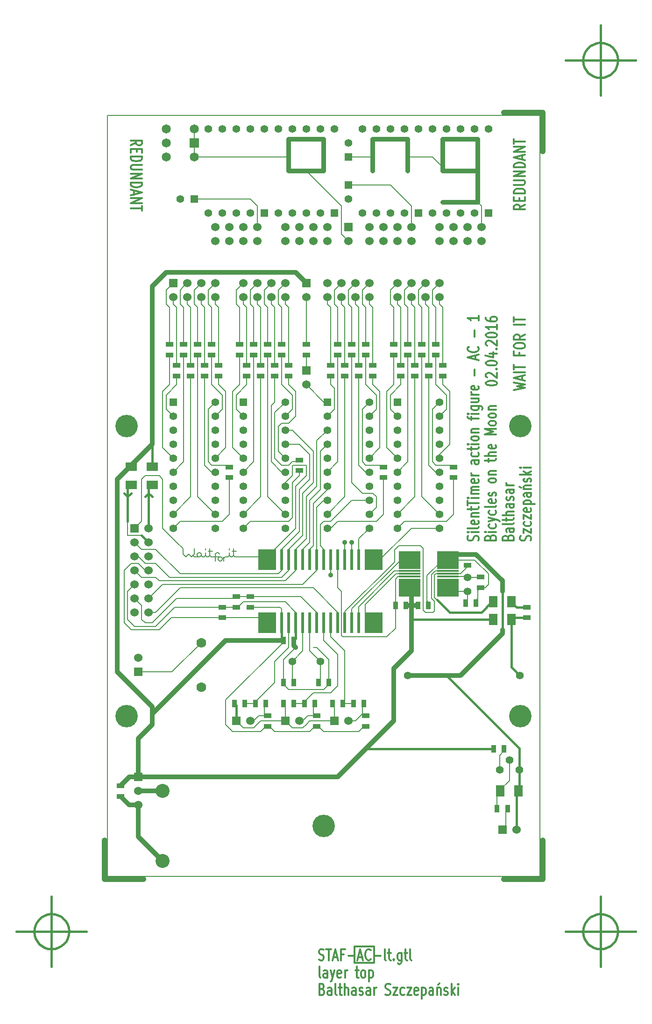
<source format=gtl>
G04 (created by PCBNEW-RS274X (2012-apr-16-27)-stable) date sob, 2 kwi 2016, 18:39:04*
G01*
G70*
G90*
%MOIN*%
G04 Gerber Fmt 3.4, Leading zero omitted, Abs format*
%FSLAX34Y34*%
G04 APERTURE LIST*
%ADD10C,0.006000*%
%ADD11C,0.012000*%
%ADD12C,0.005900*%
%ADD13C,0.039400*%
%ADD14C,0.015000*%
%ADD15R,0.157500X0.129900*%
%ADD16R,0.157500X0.011800*%
%ADD17R,0.130000X0.150000*%
%ADD18R,0.020000X0.150000*%
%ADD19R,0.035000X0.055000*%
%ADD20R,0.055000X0.035000*%
%ADD21R,0.060000X0.080000*%
%ADD22R,0.055000X0.055000*%
%ADD23C,0.055000*%
%ADD24C,0.065000*%
%ADD25R,0.065000X0.065000*%
%ADD26R,0.080000X0.060000*%
%ADD27C,0.100000*%
%ADD28C,0.070000*%
%ADD29C,0.160000*%
%ADD30C,0.060000*%
%ADD31R,0.060000X0.060000*%
%ADD32C,0.035000*%
%ADD33C,0.008000*%
%ADD34C,0.016000*%
%ADD35C,0.032000*%
G04 APERTURE END LIST*
G54D10*
G54D11*
X19043Y-60463D02*
X17643Y-60463D01*
X19043Y-59313D02*
X19043Y-60463D01*
X17643Y-59313D02*
X19043Y-59313D01*
X17643Y-60463D02*
X17643Y-59313D01*
X15107Y-60249D02*
X15193Y-60287D01*
X15336Y-60287D01*
X15393Y-60249D01*
X15422Y-60211D01*
X15450Y-60134D01*
X15450Y-60058D01*
X15422Y-59982D01*
X15393Y-59944D01*
X15336Y-59906D01*
X15222Y-59868D01*
X15164Y-59830D01*
X15136Y-59792D01*
X15107Y-59715D01*
X15107Y-59639D01*
X15136Y-59563D01*
X15164Y-59525D01*
X15222Y-59487D01*
X15364Y-59487D01*
X15450Y-59525D01*
X15621Y-59487D02*
X15964Y-59487D01*
X15793Y-60287D02*
X15793Y-59487D01*
X16135Y-60058D02*
X16421Y-60058D01*
X16078Y-60287D02*
X16278Y-59487D01*
X16478Y-60287D01*
X16878Y-59868D02*
X16678Y-59868D01*
X16678Y-60287D02*
X16678Y-59487D01*
X16964Y-59487D01*
X17192Y-59982D02*
X17649Y-59982D01*
X17906Y-60058D02*
X18192Y-60058D01*
X17849Y-60287D02*
X18049Y-59487D01*
X18249Y-60287D01*
X18792Y-60211D02*
X18763Y-60249D01*
X18677Y-60287D01*
X18620Y-60287D01*
X18535Y-60249D01*
X18477Y-60173D01*
X18449Y-60096D01*
X18420Y-59944D01*
X18420Y-59830D01*
X18449Y-59677D01*
X18477Y-59601D01*
X18535Y-59525D01*
X18620Y-59487D01*
X18677Y-59487D01*
X18763Y-59525D01*
X18792Y-59563D01*
X19049Y-59982D02*
X19506Y-59982D01*
X19878Y-60287D02*
X19820Y-60249D01*
X19792Y-60173D01*
X19792Y-59487D01*
X20020Y-59753D02*
X20249Y-59753D01*
X20106Y-59487D02*
X20106Y-60173D01*
X20134Y-60249D01*
X20192Y-60287D01*
X20249Y-60287D01*
X20449Y-60211D02*
X20477Y-60249D01*
X20449Y-60287D01*
X20420Y-60249D01*
X20449Y-60211D01*
X20449Y-60287D01*
X20992Y-59753D02*
X20992Y-60401D01*
X20963Y-60477D01*
X20935Y-60515D01*
X20878Y-60553D01*
X20792Y-60553D01*
X20735Y-60515D01*
X20992Y-60249D02*
X20935Y-60287D01*
X20821Y-60287D01*
X20763Y-60249D01*
X20735Y-60211D01*
X20706Y-60134D01*
X20706Y-59906D01*
X20735Y-59830D01*
X20763Y-59792D01*
X20821Y-59753D01*
X20935Y-59753D01*
X20992Y-59792D01*
X21192Y-59753D02*
X21421Y-59753D01*
X21278Y-59487D02*
X21278Y-60173D01*
X21306Y-60249D01*
X21364Y-60287D01*
X21421Y-60287D01*
X21707Y-60287D02*
X21649Y-60249D01*
X21621Y-60173D01*
X21621Y-59487D01*
X15222Y-61527D02*
X15164Y-61489D01*
X15136Y-61413D01*
X15136Y-60727D01*
X15707Y-61527D02*
X15707Y-61108D01*
X15678Y-61032D01*
X15621Y-60993D01*
X15507Y-60993D01*
X15450Y-61032D01*
X15707Y-61489D02*
X15650Y-61527D01*
X15507Y-61527D01*
X15450Y-61489D01*
X15421Y-61413D01*
X15421Y-61336D01*
X15450Y-61260D01*
X15507Y-61222D01*
X15650Y-61222D01*
X15707Y-61184D01*
X15936Y-60993D02*
X16079Y-61527D01*
X16221Y-60993D02*
X16079Y-61527D01*
X16021Y-61717D01*
X15993Y-61755D01*
X15936Y-61793D01*
X16678Y-61489D02*
X16621Y-61527D01*
X16507Y-61527D01*
X16450Y-61489D01*
X16421Y-61413D01*
X16421Y-61108D01*
X16450Y-61032D01*
X16507Y-60993D01*
X16621Y-60993D01*
X16678Y-61032D01*
X16707Y-61108D01*
X16707Y-61184D01*
X16421Y-61260D01*
X16964Y-61527D02*
X16964Y-60993D01*
X16964Y-61146D02*
X16992Y-61070D01*
X17021Y-61032D01*
X17078Y-60993D01*
X17135Y-60993D01*
X17706Y-60993D02*
X17935Y-60993D01*
X17792Y-60727D02*
X17792Y-61413D01*
X17820Y-61489D01*
X17878Y-61527D01*
X17935Y-61527D01*
X18221Y-61527D02*
X18163Y-61489D01*
X18135Y-61451D01*
X18106Y-61374D01*
X18106Y-61146D01*
X18135Y-61070D01*
X18163Y-61032D01*
X18221Y-60993D01*
X18306Y-60993D01*
X18363Y-61032D01*
X18392Y-61070D01*
X18421Y-61146D01*
X18421Y-61374D01*
X18392Y-61451D01*
X18363Y-61489D01*
X18306Y-61527D01*
X18221Y-61527D01*
X18678Y-60993D02*
X18678Y-61793D01*
X18678Y-61032D02*
X18735Y-60993D01*
X18849Y-60993D01*
X18906Y-61032D01*
X18935Y-61070D01*
X18964Y-61146D01*
X18964Y-61374D01*
X18935Y-61451D01*
X18906Y-61489D01*
X18849Y-61527D01*
X18735Y-61527D01*
X18678Y-61489D01*
X15336Y-62348D02*
X15422Y-62386D01*
X15450Y-62424D01*
X15479Y-62500D01*
X15479Y-62614D01*
X15450Y-62691D01*
X15422Y-62729D01*
X15364Y-62767D01*
X15136Y-62767D01*
X15136Y-61967D01*
X15336Y-61967D01*
X15393Y-62005D01*
X15422Y-62043D01*
X15450Y-62119D01*
X15450Y-62195D01*
X15422Y-62272D01*
X15393Y-62310D01*
X15336Y-62348D01*
X15136Y-62348D01*
X15993Y-62767D02*
X15993Y-62348D01*
X15964Y-62272D01*
X15907Y-62233D01*
X15793Y-62233D01*
X15736Y-62272D01*
X15993Y-62729D02*
X15936Y-62767D01*
X15793Y-62767D01*
X15736Y-62729D01*
X15707Y-62653D01*
X15707Y-62576D01*
X15736Y-62500D01*
X15793Y-62462D01*
X15936Y-62462D01*
X15993Y-62424D01*
X16365Y-62767D02*
X16307Y-62729D01*
X16279Y-62653D01*
X16279Y-61967D01*
X16507Y-62233D02*
X16736Y-62233D01*
X16593Y-61967D02*
X16593Y-62653D01*
X16621Y-62729D01*
X16679Y-62767D01*
X16736Y-62767D01*
X16936Y-62767D02*
X16936Y-61967D01*
X17193Y-62767D02*
X17193Y-62348D01*
X17164Y-62272D01*
X17107Y-62233D01*
X17022Y-62233D01*
X16964Y-62272D01*
X16936Y-62310D01*
X17736Y-62767D02*
X17736Y-62348D01*
X17707Y-62272D01*
X17650Y-62233D01*
X17536Y-62233D01*
X17479Y-62272D01*
X17736Y-62729D02*
X17679Y-62767D01*
X17536Y-62767D01*
X17479Y-62729D01*
X17450Y-62653D01*
X17450Y-62576D01*
X17479Y-62500D01*
X17536Y-62462D01*
X17679Y-62462D01*
X17736Y-62424D01*
X17993Y-62729D02*
X18050Y-62767D01*
X18165Y-62767D01*
X18222Y-62729D01*
X18250Y-62653D01*
X18250Y-62614D01*
X18222Y-62538D01*
X18165Y-62500D01*
X18079Y-62500D01*
X18022Y-62462D01*
X17993Y-62386D01*
X17993Y-62348D01*
X18022Y-62272D01*
X18079Y-62233D01*
X18165Y-62233D01*
X18222Y-62272D01*
X18765Y-62767D02*
X18765Y-62348D01*
X18736Y-62272D01*
X18679Y-62233D01*
X18565Y-62233D01*
X18508Y-62272D01*
X18765Y-62729D02*
X18708Y-62767D01*
X18565Y-62767D01*
X18508Y-62729D01*
X18479Y-62653D01*
X18479Y-62576D01*
X18508Y-62500D01*
X18565Y-62462D01*
X18708Y-62462D01*
X18765Y-62424D01*
X19051Y-62767D02*
X19051Y-62233D01*
X19051Y-62386D02*
X19079Y-62310D01*
X19108Y-62272D01*
X19165Y-62233D01*
X19222Y-62233D01*
X19850Y-62729D02*
X19936Y-62767D01*
X20079Y-62767D01*
X20136Y-62729D01*
X20165Y-62691D01*
X20193Y-62614D01*
X20193Y-62538D01*
X20165Y-62462D01*
X20136Y-62424D01*
X20079Y-62386D01*
X19965Y-62348D01*
X19907Y-62310D01*
X19879Y-62272D01*
X19850Y-62195D01*
X19850Y-62119D01*
X19879Y-62043D01*
X19907Y-62005D01*
X19965Y-61967D01*
X20107Y-61967D01*
X20193Y-62005D01*
X20393Y-62233D02*
X20707Y-62233D01*
X20393Y-62767D01*
X20707Y-62767D01*
X21193Y-62729D02*
X21136Y-62767D01*
X21022Y-62767D01*
X20964Y-62729D01*
X20936Y-62691D01*
X20907Y-62614D01*
X20907Y-62386D01*
X20936Y-62310D01*
X20964Y-62272D01*
X21022Y-62233D01*
X21136Y-62233D01*
X21193Y-62272D01*
X21393Y-62233D02*
X21707Y-62233D01*
X21393Y-62767D01*
X21707Y-62767D01*
X22164Y-62729D02*
X22107Y-62767D01*
X21993Y-62767D01*
X21936Y-62729D01*
X21907Y-62653D01*
X21907Y-62348D01*
X21936Y-62272D01*
X21993Y-62233D01*
X22107Y-62233D01*
X22164Y-62272D01*
X22193Y-62348D01*
X22193Y-62424D01*
X21907Y-62500D01*
X22450Y-62233D02*
X22450Y-63033D01*
X22450Y-62272D02*
X22507Y-62233D01*
X22621Y-62233D01*
X22678Y-62272D01*
X22707Y-62310D01*
X22736Y-62386D01*
X22736Y-62614D01*
X22707Y-62691D01*
X22678Y-62729D01*
X22621Y-62767D01*
X22507Y-62767D01*
X22450Y-62729D01*
X23250Y-62767D02*
X23250Y-62348D01*
X23221Y-62272D01*
X23164Y-62233D01*
X23050Y-62233D01*
X22993Y-62272D01*
X23250Y-62729D02*
X23193Y-62767D01*
X23050Y-62767D01*
X22993Y-62729D01*
X22964Y-62653D01*
X22964Y-62576D01*
X22993Y-62500D01*
X23050Y-62462D01*
X23193Y-62462D01*
X23250Y-62424D01*
X23536Y-62233D02*
X23536Y-62767D01*
X23536Y-62310D02*
X23564Y-62272D01*
X23622Y-62233D01*
X23707Y-62233D01*
X23764Y-62272D01*
X23793Y-62348D01*
X23793Y-62767D01*
X23707Y-61929D02*
X23622Y-62043D01*
X24050Y-62729D02*
X24107Y-62767D01*
X24222Y-62767D01*
X24279Y-62729D01*
X24307Y-62653D01*
X24307Y-62614D01*
X24279Y-62538D01*
X24222Y-62500D01*
X24136Y-62500D01*
X24079Y-62462D01*
X24050Y-62386D01*
X24050Y-62348D01*
X24079Y-62272D01*
X24136Y-62233D01*
X24222Y-62233D01*
X24279Y-62272D01*
X24565Y-62767D02*
X24565Y-61967D01*
X24622Y-62462D02*
X24793Y-62767D01*
X24793Y-62233D02*
X24565Y-62538D01*
X25051Y-62767D02*
X25051Y-62233D01*
X25051Y-61967D02*
X25022Y-62005D01*
X25051Y-62043D01*
X25079Y-62005D01*
X25051Y-61967D01*
X25051Y-62043D01*
G54D12*
X00000Y-54292D02*
X00000Y00000D01*
X00000Y00000D02*
X30866Y00000D01*
X30866Y-54292D02*
X30866Y00000D01*
G54D13*
X-00197Y-54489D02*
X02559Y-54489D01*
X-00197Y-54489D02*
X-00197Y-51733D01*
X31063Y00196D02*
X31063Y-02559D01*
X31063Y00196D02*
X28307Y00196D01*
X31063Y-54489D02*
X28307Y-54489D01*
X31063Y-54489D02*
X31063Y-51733D01*
G54D11*
X01676Y-02136D02*
X02057Y-01936D01*
X01676Y-01793D02*
X02476Y-01793D01*
X02476Y-02021D01*
X02438Y-02079D01*
X02400Y-02107D01*
X02324Y-02136D01*
X02210Y-02136D01*
X02133Y-02107D01*
X02095Y-02079D01*
X02057Y-02021D01*
X02057Y-01793D01*
X02095Y-02393D02*
X02095Y-02593D01*
X01676Y-02679D02*
X01676Y-02393D01*
X02476Y-02393D01*
X02476Y-02679D01*
X01676Y-02936D02*
X02476Y-02936D01*
X02476Y-03079D01*
X02438Y-03164D01*
X02362Y-03222D01*
X02286Y-03250D01*
X02133Y-03279D01*
X02019Y-03279D01*
X01867Y-03250D01*
X01790Y-03222D01*
X01714Y-03164D01*
X01676Y-03079D01*
X01676Y-02936D01*
X02476Y-03536D02*
X01829Y-03536D01*
X01752Y-03564D01*
X01714Y-03593D01*
X01676Y-03650D01*
X01676Y-03764D01*
X01714Y-03822D01*
X01752Y-03850D01*
X01829Y-03879D01*
X02476Y-03879D01*
X01676Y-04165D02*
X02476Y-04165D01*
X01676Y-04508D01*
X02476Y-04508D01*
X01676Y-04794D02*
X02476Y-04794D01*
X02476Y-04937D01*
X02438Y-05022D01*
X02362Y-05080D01*
X02286Y-05108D01*
X02133Y-05137D01*
X02019Y-05137D01*
X01867Y-05108D01*
X01790Y-05080D01*
X01714Y-05022D01*
X01676Y-04937D01*
X01676Y-04794D01*
X01905Y-05365D02*
X01905Y-05651D01*
X01676Y-05308D02*
X02476Y-05508D01*
X01676Y-05708D01*
X01676Y-05908D02*
X02476Y-05908D01*
X01676Y-06251D01*
X02476Y-06251D01*
X02476Y-06451D02*
X02476Y-06794D01*
X01676Y-06623D02*
X02476Y-06623D01*
X29824Y-06364D02*
X29443Y-06564D01*
X29824Y-06707D02*
X29024Y-06707D01*
X29024Y-06479D01*
X29062Y-06421D01*
X29100Y-06393D01*
X29176Y-06364D01*
X29290Y-06364D01*
X29367Y-06393D01*
X29405Y-06421D01*
X29443Y-06479D01*
X29443Y-06707D01*
X29405Y-06107D02*
X29405Y-05907D01*
X29824Y-05821D02*
X29824Y-06107D01*
X29024Y-06107D01*
X29024Y-05821D01*
X29824Y-05564D02*
X29024Y-05564D01*
X29024Y-05421D01*
X29062Y-05336D01*
X29138Y-05278D01*
X29214Y-05250D01*
X29367Y-05221D01*
X29481Y-05221D01*
X29633Y-05250D01*
X29710Y-05278D01*
X29786Y-05336D01*
X29824Y-05421D01*
X29824Y-05564D01*
X29024Y-04964D02*
X29671Y-04964D01*
X29748Y-04936D01*
X29786Y-04907D01*
X29824Y-04850D01*
X29824Y-04736D01*
X29786Y-04678D01*
X29748Y-04650D01*
X29671Y-04621D01*
X29024Y-04621D01*
X29824Y-04335D02*
X29024Y-04335D01*
X29824Y-03992D01*
X29024Y-03992D01*
X29824Y-03706D02*
X29024Y-03706D01*
X29024Y-03563D01*
X29062Y-03478D01*
X29138Y-03420D01*
X29214Y-03392D01*
X29367Y-03363D01*
X29481Y-03363D01*
X29633Y-03392D01*
X29710Y-03420D01*
X29786Y-03478D01*
X29824Y-03563D01*
X29824Y-03706D01*
X29595Y-03135D02*
X29595Y-02849D01*
X29824Y-03192D02*
X29024Y-02992D01*
X29824Y-02792D01*
X29824Y-02592D02*
X29024Y-02592D01*
X29824Y-02249D01*
X29024Y-02249D01*
X29024Y-02049D02*
X29024Y-01706D01*
X29824Y-01877D02*
X29024Y-01877D01*
G54D14*
X-02726Y-58229D02*
X-02750Y-58471D01*
X-02821Y-58705D01*
X-02935Y-58920D01*
X-03090Y-59109D01*
X-03278Y-59265D01*
X-03492Y-59381D01*
X-03725Y-59453D01*
X-03968Y-59478D01*
X-04210Y-59456D01*
X-04444Y-59387D01*
X-04660Y-59274D01*
X-04850Y-59122D01*
X-05007Y-58935D01*
X-05124Y-58721D01*
X-05198Y-58488D01*
X-05225Y-58246D01*
X-05205Y-58004D01*
X-05138Y-57769D01*
X-05026Y-57552D01*
X-04875Y-57361D01*
X-04689Y-57203D01*
X-04476Y-57084D01*
X-04244Y-57009D01*
X-04002Y-56980D01*
X-03759Y-56998D01*
X-03524Y-57064D01*
X-03307Y-57174D01*
X-03114Y-57324D01*
X-02955Y-57509D01*
X-02835Y-57721D01*
X-02758Y-57953D01*
X-02727Y-58195D01*
X-02726Y-58229D01*
X-06476Y-58229D02*
X-01476Y-58229D01*
X-03976Y-55729D02*
X-03976Y-60729D01*
X36447Y03937D02*
X36423Y03695D01*
X36352Y03461D01*
X36238Y03246D01*
X36083Y03057D01*
X35895Y02901D01*
X35681Y02785D01*
X35448Y02713D01*
X35205Y02688D01*
X34963Y02710D01*
X34729Y02779D01*
X34513Y02892D01*
X34323Y03044D01*
X34166Y03231D01*
X34049Y03445D01*
X33975Y03678D01*
X33948Y03920D01*
X33968Y04162D01*
X34035Y04397D01*
X34147Y04614D01*
X34298Y04805D01*
X34484Y04963D01*
X34697Y05082D01*
X34929Y05157D01*
X35171Y05186D01*
X35414Y05168D01*
X35649Y05102D01*
X35866Y04992D01*
X36059Y04842D01*
X36218Y04657D01*
X36338Y04445D01*
X36415Y04213D01*
X36446Y03971D01*
X36447Y03937D01*
X32697Y03937D02*
X37697Y03937D01*
X35197Y06437D02*
X35197Y01437D01*
X36447Y-58229D02*
X36423Y-58471D01*
X36352Y-58705D01*
X36238Y-58920D01*
X36083Y-59109D01*
X35895Y-59265D01*
X35681Y-59381D01*
X35448Y-59453D01*
X35205Y-59478D01*
X34963Y-59456D01*
X34729Y-59387D01*
X34513Y-59274D01*
X34323Y-59122D01*
X34166Y-58935D01*
X34049Y-58721D01*
X33975Y-58488D01*
X33948Y-58246D01*
X33968Y-58004D01*
X34035Y-57769D01*
X34147Y-57552D01*
X34298Y-57361D01*
X34484Y-57203D01*
X34697Y-57084D01*
X34929Y-57009D01*
X35171Y-56980D01*
X35414Y-56998D01*
X35649Y-57064D01*
X35866Y-57174D01*
X36059Y-57324D01*
X36218Y-57509D01*
X36338Y-57721D01*
X36415Y-57953D01*
X36446Y-58195D01*
X36447Y-58229D01*
X32697Y-58229D02*
X37697Y-58229D01*
X35197Y-55729D02*
X35197Y-60729D01*
G54D11*
X29024Y-19585D02*
X29824Y-19442D01*
X29252Y-19328D01*
X29824Y-19214D01*
X29024Y-19071D01*
X29595Y-18871D02*
X29595Y-18585D01*
X29824Y-18928D02*
X29024Y-18728D01*
X29824Y-18528D01*
X29824Y-18328D02*
X29024Y-18328D01*
X29024Y-18128D02*
X29024Y-17785D01*
X29824Y-17956D02*
X29024Y-17956D01*
X29405Y-16928D02*
X29405Y-17128D01*
X29824Y-17128D02*
X29024Y-17128D01*
X29024Y-16842D01*
X29024Y-16500D02*
X29024Y-16386D01*
X29062Y-16328D01*
X29138Y-16271D01*
X29290Y-16243D01*
X29557Y-16243D01*
X29710Y-16271D01*
X29786Y-16328D01*
X29824Y-16386D01*
X29824Y-16500D01*
X29786Y-16557D01*
X29710Y-16614D01*
X29557Y-16643D01*
X29290Y-16643D01*
X29138Y-16614D01*
X29062Y-16557D01*
X29024Y-16500D01*
X29824Y-15642D02*
X29443Y-15842D01*
X29824Y-15985D02*
X29024Y-15985D01*
X29024Y-15757D01*
X29062Y-15699D01*
X29100Y-15671D01*
X29176Y-15642D01*
X29290Y-15642D01*
X29367Y-15671D01*
X29405Y-15699D01*
X29443Y-15757D01*
X29443Y-15985D01*
X29824Y-14928D02*
X29024Y-14928D01*
X29024Y-14728D02*
X29024Y-14385D01*
X29824Y-14556D02*
X29024Y-14556D01*
X28598Y-30120D02*
X28636Y-30034D01*
X28674Y-30006D01*
X28750Y-29977D01*
X28864Y-29977D01*
X28941Y-30006D01*
X28979Y-30034D01*
X29017Y-30092D01*
X29017Y-30320D01*
X28217Y-30320D01*
X28217Y-30120D01*
X28255Y-30063D01*
X28293Y-30034D01*
X28369Y-30006D01*
X28445Y-30006D01*
X28522Y-30034D01*
X28560Y-30063D01*
X28598Y-30120D01*
X28598Y-30320D01*
X29017Y-29463D02*
X28598Y-29463D01*
X28522Y-29492D01*
X28483Y-29549D01*
X28483Y-29663D01*
X28522Y-29720D01*
X28979Y-29463D02*
X29017Y-29520D01*
X29017Y-29663D01*
X28979Y-29720D01*
X28903Y-29749D01*
X28826Y-29749D01*
X28750Y-29720D01*
X28712Y-29663D01*
X28712Y-29520D01*
X28674Y-29463D01*
X29017Y-29091D02*
X28979Y-29149D01*
X28903Y-29177D01*
X28217Y-29177D01*
X28483Y-28949D02*
X28483Y-28720D01*
X28217Y-28863D02*
X28903Y-28863D01*
X28979Y-28835D01*
X29017Y-28777D01*
X29017Y-28720D01*
X29017Y-28520D02*
X28217Y-28520D01*
X29017Y-28263D02*
X28598Y-28263D01*
X28522Y-28292D01*
X28483Y-28349D01*
X28483Y-28434D01*
X28522Y-28492D01*
X28560Y-28520D01*
X29017Y-27720D02*
X28598Y-27720D01*
X28522Y-27749D01*
X28483Y-27806D01*
X28483Y-27920D01*
X28522Y-27977D01*
X28979Y-27720D02*
X29017Y-27777D01*
X29017Y-27920D01*
X28979Y-27977D01*
X28903Y-28006D01*
X28826Y-28006D01*
X28750Y-27977D01*
X28712Y-27920D01*
X28712Y-27777D01*
X28674Y-27720D01*
X28979Y-27463D02*
X29017Y-27406D01*
X29017Y-27291D01*
X28979Y-27234D01*
X28903Y-27206D01*
X28864Y-27206D01*
X28788Y-27234D01*
X28750Y-27291D01*
X28750Y-27377D01*
X28712Y-27434D01*
X28636Y-27463D01*
X28598Y-27463D01*
X28522Y-27434D01*
X28483Y-27377D01*
X28483Y-27291D01*
X28522Y-27234D01*
X29017Y-26691D02*
X28598Y-26691D01*
X28522Y-26720D01*
X28483Y-26777D01*
X28483Y-26891D01*
X28522Y-26948D01*
X28979Y-26691D02*
X29017Y-26748D01*
X29017Y-26891D01*
X28979Y-26948D01*
X28903Y-26977D01*
X28826Y-26977D01*
X28750Y-26948D01*
X28712Y-26891D01*
X28712Y-26748D01*
X28674Y-26691D01*
X29017Y-26405D02*
X28483Y-26405D01*
X28636Y-26405D02*
X28560Y-26377D01*
X28522Y-26348D01*
X28483Y-26291D01*
X28483Y-26234D01*
X30219Y-30349D02*
X30257Y-30263D01*
X30257Y-30120D01*
X30219Y-30063D01*
X30181Y-30034D01*
X30104Y-30006D01*
X30028Y-30006D01*
X29952Y-30034D01*
X29914Y-30063D01*
X29876Y-30120D01*
X29838Y-30234D01*
X29800Y-30292D01*
X29762Y-30320D01*
X29685Y-30349D01*
X29609Y-30349D01*
X29533Y-30320D01*
X29495Y-30292D01*
X29457Y-30234D01*
X29457Y-30092D01*
X29495Y-30006D01*
X29723Y-29806D02*
X29723Y-29492D01*
X30257Y-29806D01*
X30257Y-29492D01*
X30219Y-29006D02*
X30257Y-29063D01*
X30257Y-29177D01*
X30219Y-29235D01*
X30181Y-29263D01*
X30104Y-29292D01*
X29876Y-29292D01*
X29800Y-29263D01*
X29762Y-29235D01*
X29723Y-29177D01*
X29723Y-29063D01*
X29762Y-29006D01*
X29723Y-28806D02*
X29723Y-28492D01*
X30257Y-28806D01*
X30257Y-28492D01*
X30219Y-28035D02*
X30257Y-28092D01*
X30257Y-28206D01*
X30219Y-28263D01*
X30143Y-28292D01*
X29838Y-28292D01*
X29762Y-28263D01*
X29723Y-28206D01*
X29723Y-28092D01*
X29762Y-28035D01*
X29838Y-28006D01*
X29914Y-28006D01*
X29990Y-28292D01*
X29723Y-27749D02*
X30523Y-27749D01*
X29762Y-27749D02*
X29723Y-27692D01*
X29723Y-27578D01*
X29762Y-27521D01*
X29800Y-27492D01*
X29876Y-27463D01*
X30104Y-27463D01*
X30181Y-27492D01*
X30219Y-27521D01*
X30257Y-27578D01*
X30257Y-27692D01*
X30219Y-27749D01*
X30257Y-26949D02*
X29838Y-26949D01*
X29762Y-26978D01*
X29723Y-27035D01*
X29723Y-27149D01*
X29762Y-27206D01*
X30219Y-26949D02*
X30257Y-27006D01*
X30257Y-27149D01*
X30219Y-27206D01*
X30143Y-27235D01*
X30066Y-27235D01*
X29990Y-27206D01*
X29952Y-27149D01*
X29952Y-27006D01*
X29914Y-26949D01*
X29723Y-26663D02*
X30257Y-26663D01*
X29800Y-26663D02*
X29762Y-26635D01*
X29723Y-26577D01*
X29723Y-26492D01*
X29762Y-26435D01*
X29838Y-26406D01*
X30257Y-26406D01*
X29419Y-26492D02*
X29533Y-26577D01*
X30219Y-26149D02*
X30257Y-26092D01*
X30257Y-25977D01*
X30219Y-25920D01*
X30143Y-25892D01*
X30104Y-25892D01*
X30028Y-25920D01*
X29990Y-25977D01*
X29990Y-26063D01*
X29952Y-26120D01*
X29876Y-26149D01*
X29838Y-26149D01*
X29762Y-26120D01*
X29723Y-26063D01*
X29723Y-25977D01*
X29762Y-25920D01*
X30257Y-25634D02*
X29457Y-25634D01*
X29952Y-25577D02*
X30257Y-25406D01*
X29723Y-25406D02*
X30028Y-25634D01*
X30257Y-25148D02*
X29723Y-25148D01*
X29457Y-25148D02*
X29495Y-25177D01*
X29533Y-25148D01*
X29495Y-25120D01*
X29457Y-25148D01*
X29533Y-25148D01*
X27024Y-19133D02*
X27024Y-19076D01*
X27062Y-19019D01*
X27100Y-18990D01*
X27176Y-18961D01*
X27329Y-18933D01*
X27519Y-18933D01*
X27671Y-18961D01*
X27748Y-18990D01*
X27786Y-19019D01*
X27824Y-19076D01*
X27824Y-19133D01*
X27786Y-19190D01*
X27748Y-19219D01*
X27671Y-19247D01*
X27519Y-19276D01*
X27329Y-19276D01*
X27176Y-19247D01*
X27100Y-19219D01*
X27062Y-19190D01*
X27024Y-19133D01*
X27100Y-18705D02*
X27062Y-18676D01*
X27024Y-18619D01*
X27024Y-18476D01*
X27062Y-18419D01*
X27100Y-18390D01*
X27176Y-18362D01*
X27252Y-18362D01*
X27367Y-18390D01*
X27824Y-18733D01*
X27824Y-18362D01*
X27748Y-18105D02*
X27786Y-18077D01*
X27824Y-18105D01*
X27786Y-18134D01*
X27748Y-18105D01*
X27824Y-18105D01*
X27024Y-17705D02*
X27024Y-17648D01*
X27062Y-17591D01*
X27100Y-17562D01*
X27176Y-17533D01*
X27329Y-17505D01*
X27519Y-17505D01*
X27671Y-17533D01*
X27748Y-17562D01*
X27786Y-17591D01*
X27824Y-17648D01*
X27824Y-17705D01*
X27786Y-17762D01*
X27748Y-17791D01*
X27671Y-17819D01*
X27519Y-17848D01*
X27329Y-17848D01*
X27176Y-17819D01*
X27100Y-17791D01*
X27062Y-17762D01*
X27024Y-17705D01*
X27290Y-16991D02*
X27824Y-16991D01*
X26986Y-17134D02*
X27557Y-17277D01*
X27557Y-16905D01*
X27748Y-16677D02*
X27786Y-16649D01*
X27824Y-16677D01*
X27786Y-16706D01*
X27748Y-16677D01*
X27824Y-16677D01*
X27100Y-16420D02*
X27062Y-16391D01*
X27024Y-16334D01*
X27024Y-16191D01*
X27062Y-16134D01*
X27100Y-16105D01*
X27176Y-16077D01*
X27252Y-16077D01*
X27367Y-16105D01*
X27824Y-16448D01*
X27824Y-16077D01*
X27024Y-15706D02*
X27024Y-15649D01*
X27062Y-15592D01*
X27100Y-15563D01*
X27176Y-15534D01*
X27329Y-15506D01*
X27519Y-15506D01*
X27671Y-15534D01*
X27748Y-15563D01*
X27786Y-15592D01*
X27824Y-15649D01*
X27824Y-15706D01*
X27786Y-15763D01*
X27748Y-15792D01*
X27671Y-15820D01*
X27519Y-15849D01*
X27329Y-15849D01*
X27176Y-15820D01*
X27100Y-15792D01*
X27062Y-15763D01*
X27024Y-15706D01*
X27824Y-14935D02*
X27824Y-15278D01*
X27824Y-15106D02*
X27024Y-15106D01*
X27138Y-15163D01*
X27214Y-15221D01*
X27252Y-15278D01*
X27024Y-14421D02*
X27024Y-14535D01*
X27062Y-14592D01*
X27100Y-14621D01*
X27214Y-14678D01*
X27367Y-14707D01*
X27671Y-14707D01*
X27748Y-14678D01*
X27786Y-14650D01*
X27824Y-14592D01*
X27824Y-14478D01*
X27786Y-14421D01*
X27748Y-14392D01*
X27671Y-14364D01*
X27481Y-14364D01*
X27405Y-14392D01*
X27367Y-14421D01*
X27329Y-14478D01*
X27329Y-14592D01*
X27367Y-14650D01*
X27405Y-14678D01*
X27481Y-14707D01*
X26479Y-30349D02*
X26517Y-30263D01*
X26517Y-30120D01*
X26479Y-30063D01*
X26441Y-30034D01*
X26364Y-30006D01*
X26288Y-30006D01*
X26212Y-30034D01*
X26174Y-30063D01*
X26136Y-30120D01*
X26098Y-30234D01*
X26060Y-30292D01*
X26022Y-30320D01*
X25945Y-30349D01*
X25869Y-30349D01*
X25793Y-30320D01*
X25755Y-30292D01*
X25717Y-30234D01*
X25717Y-30092D01*
X25755Y-30006D01*
X26517Y-29749D02*
X25983Y-29749D01*
X25717Y-29749D02*
X25755Y-29778D01*
X25793Y-29749D01*
X25755Y-29721D01*
X25717Y-29749D01*
X25793Y-29749D01*
X26517Y-29377D02*
X26479Y-29435D01*
X26403Y-29463D01*
X25717Y-29463D01*
X26479Y-28921D02*
X26517Y-28978D01*
X26517Y-29092D01*
X26479Y-29149D01*
X26403Y-29178D01*
X26098Y-29178D01*
X26022Y-29149D01*
X25983Y-29092D01*
X25983Y-28978D01*
X26022Y-28921D01*
X26098Y-28892D01*
X26174Y-28892D01*
X26250Y-29178D01*
X25983Y-28635D02*
X26517Y-28635D01*
X26060Y-28635D02*
X26022Y-28607D01*
X25983Y-28549D01*
X25983Y-28464D01*
X26022Y-28407D01*
X26098Y-28378D01*
X26517Y-28378D01*
X25983Y-28178D02*
X25983Y-27949D01*
X25717Y-28092D02*
X26403Y-28092D01*
X26479Y-28064D01*
X26517Y-28006D01*
X26517Y-27949D01*
X25717Y-27835D02*
X25717Y-27492D01*
X26517Y-27663D02*
X25717Y-27663D01*
X26517Y-27292D02*
X25983Y-27292D01*
X25717Y-27292D02*
X25755Y-27321D01*
X25793Y-27292D01*
X25755Y-27264D01*
X25717Y-27292D01*
X25793Y-27292D01*
X26517Y-27006D02*
X25983Y-27006D01*
X26060Y-27006D02*
X26022Y-26978D01*
X25983Y-26920D01*
X25983Y-26835D01*
X26022Y-26778D01*
X26098Y-26749D01*
X26517Y-26749D01*
X26098Y-26749D02*
X26022Y-26720D01*
X25983Y-26663D01*
X25983Y-26578D01*
X26022Y-26520D01*
X26098Y-26492D01*
X26517Y-26492D01*
X26479Y-25978D02*
X26517Y-26035D01*
X26517Y-26149D01*
X26479Y-26206D01*
X26403Y-26235D01*
X26098Y-26235D01*
X26022Y-26206D01*
X25983Y-26149D01*
X25983Y-26035D01*
X26022Y-25978D01*
X26098Y-25949D01*
X26174Y-25949D01*
X26250Y-26235D01*
X26517Y-25692D02*
X25983Y-25692D01*
X26136Y-25692D02*
X26060Y-25664D01*
X26022Y-25635D01*
X25983Y-25578D01*
X25983Y-25521D01*
X26517Y-24607D02*
X26098Y-24607D01*
X26022Y-24636D01*
X25983Y-24693D01*
X25983Y-24807D01*
X26022Y-24864D01*
X26479Y-24607D02*
X26517Y-24664D01*
X26517Y-24807D01*
X26479Y-24864D01*
X26403Y-24893D01*
X26326Y-24893D01*
X26250Y-24864D01*
X26212Y-24807D01*
X26212Y-24664D01*
X26174Y-24607D01*
X26479Y-24064D02*
X26517Y-24121D01*
X26517Y-24235D01*
X26479Y-24293D01*
X26441Y-24321D01*
X26364Y-24350D01*
X26136Y-24350D01*
X26060Y-24321D01*
X26022Y-24293D01*
X25983Y-24235D01*
X25983Y-24121D01*
X26022Y-24064D01*
X25983Y-23893D02*
X25983Y-23664D01*
X25717Y-23807D02*
X26403Y-23807D01*
X26479Y-23779D01*
X26517Y-23721D01*
X26517Y-23664D01*
X26517Y-23464D02*
X25983Y-23464D01*
X25717Y-23464D02*
X25755Y-23493D01*
X25793Y-23464D01*
X25755Y-23436D01*
X25717Y-23464D01*
X25793Y-23464D01*
X26517Y-23092D02*
X26479Y-23150D01*
X26441Y-23178D01*
X26364Y-23207D01*
X26136Y-23207D01*
X26060Y-23178D01*
X26022Y-23150D01*
X25983Y-23092D01*
X25983Y-23007D01*
X26022Y-22950D01*
X26060Y-22921D01*
X26136Y-22892D01*
X26364Y-22892D01*
X26441Y-22921D01*
X26479Y-22950D01*
X26517Y-23007D01*
X26517Y-23092D01*
X25983Y-22635D02*
X26517Y-22635D01*
X26060Y-22635D02*
X26022Y-22607D01*
X25983Y-22549D01*
X25983Y-22464D01*
X26022Y-22407D01*
X26098Y-22378D01*
X26517Y-22378D01*
X25983Y-21721D02*
X25983Y-21492D01*
X26517Y-21635D02*
X25831Y-21635D01*
X25755Y-21607D01*
X25717Y-21549D01*
X25717Y-21492D01*
X26517Y-21292D02*
X25983Y-21292D01*
X25717Y-21292D02*
X25755Y-21321D01*
X25793Y-21292D01*
X25755Y-21264D01*
X25717Y-21292D01*
X25793Y-21292D01*
X25983Y-20749D02*
X26631Y-20749D01*
X26707Y-20778D01*
X26745Y-20806D01*
X26783Y-20863D01*
X26783Y-20949D01*
X26745Y-21006D01*
X26479Y-20749D02*
X26517Y-20806D01*
X26517Y-20920D01*
X26479Y-20978D01*
X26441Y-21006D01*
X26364Y-21035D01*
X26136Y-21035D01*
X26060Y-21006D01*
X26022Y-20978D01*
X25983Y-20920D01*
X25983Y-20806D01*
X26022Y-20749D01*
X25983Y-20206D02*
X26517Y-20206D01*
X25983Y-20463D02*
X26403Y-20463D01*
X26479Y-20435D01*
X26517Y-20377D01*
X26517Y-20292D01*
X26479Y-20235D01*
X26441Y-20206D01*
X26517Y-19920D02*
X25983Y-19920D01*
X26136Y-19920D02*
X26060Y-19892D01*
X26022Y-19863D01*
X25983Y-19806D01*
X25983Y-19749D01*
X26479Y-19321D02*
X26517Y-19378D01*
X26517Y-19492D01*
X26479Y-19549D01*
X26403Y-19578D01*
X26098Y-19578D01*
X26022Y-19549D01*
X25983Y-19492D01*
X25983Y-19378D01*
X26022Y-19321D01*
X26098Y-19292D01*
X26174Y-19292D01*
X26250Y-19578D01*
X26212Y-18578D02*
X26212Y-18121D01*
X26288Y-17407D02*
X26288Y-17121D01*
X26517Y-17464D02*
X25717Y-17264D01*
X26517Y-17064D01*
X26441Y-16521D02*
X26479Y-16550D01*
X26517Y-16636D01*
X26517Y-16693D01*
X26479Y-16778D01*
X26403Y-16836D01*
X26326Y-16864D01*
X26174Y-16893D01*
X26060Y-16893D01*
X25907Y-16864D01*
X25831Y-16836D01*
X25755Y-16778D01*
X25717Y-16693D01*
X25717Y-16636D01*
X25755Y-16550D01*
X25793Y-16521D01*
X26212Y-15807D02*
X26212Y-15350D01*
X26517Y-14293D02*
X26517Y-14636D01*
X26517Y-14464D02*
X25717Y-14464D01*
X25831Y-14521D01*
X25907Y-14579D01*
X25945Y-14636D01*
X27338Y-30120D02*
X27376Y-30034D01*
X27414Y-30006D01*
X27490Y-29977D01*
X27604Y-29977D01*
X27681Y-30006D01*
X27719Y-30034D01*
X27757Y-30092D01*
X27757Y-30320D01*
X26957Y-30320D01*
X26957Y-30120D01*
X26995Y-30063D01*
X27033Y-30034D01*
X27109Y-30006D01*
X27185Y-30006D01*
X27262Y-30034D01*
X27300Y-30063D01*
X27338Y-30120D01*
X27338Y-30320D01*
X27757Y-29720D02*
X27223Y-29720D01*
X26957Y-29720D02*
X26995Y-29749D01*
X27033Y-29720D01*
X26995Y-29692D01*
X26957Y-29720D01*
X27033Y-29720D01*
X27719Y-29177D02*
X27757Y-29234D01*
X27757Y-29348D01*
X27719Y-29406D01*
X27681Y-29434D01*
X27604Y-29463D01*
X27376Y-29463D01*
X27300Y-29434D01*
X27262Y-29406D01*
X27223Y-29348D01*
X27223Y-29234D01*
X27262Y-29177D01*
X27223Y-28977D02*
X27757Y-28834D01*
X27223Y-28692D02*
X27757Y-28834D01*
X27947Y-28892D01*
X27985Y-28920D01*
X28023Y-28977D01*
X27719Y-28206D02*
X27757Y-28263D01*
X27757Y-28377D01*
X27719Y-28435D01*
X27681Y-28463D01*
X27604Y-28492D01*
X27376Y-28492D01*
X27300Y-28463D01*
X27262Y-28435D01*
X27223Y-28377D01*
X27223Y-28263D01*
X27262Y-28206D01*
X27757Y-27863D02*
X27719Y-27921D01*
X27643Y-27949D01*
X26957Y-27949D01*
X27719Y-27407D02*
X27757Y-27464D01*
X27757Y-27578D01*
X27719Y-27635D01*
X27643Y-27664D01*
X27338Y-27664D01*
X27262Y-27635D01*
X27223Y-27578D01*
X27223Y-27464D01*
X27262Y-27407D01*
X27338Y-27378D01*
X27414Y-27378D01*
X27490Y-27664D01*
X27719Y-27150D02*
X27757Y-27093D01*
X27757Y-26978D01*
X27719Y-26921D01*
X27643Y-26893D01*
X27604Y-26893D01*
X27528Y-26921D01*
X27490Y-26978D01*
X27490Y-27064D01*
X27452Y-27121D01*
X27376Y-27150D01*
X27338Y-27150D01*
X27262Y-27121D01*
X27223Y-27064D01*
X27223Y-26978D01*
X27262Y-26921D01*
X27757Y-26092D02*
X27719Y-26150D01*
X27681Y-26178D01*
X27604Y-26207D01*
X27376Y-26207D01*
X27300Y-26178D01*
X27262Y-26150D01*
X27223Y-26092D01*
X27223Y-26007D01*
X27262Y-25950D01*
X27300Y-25921D01*
X27376Y-25892D01*
X27604Y-25892D01*
X27681Y-25921D01*
X27719Y-25950D01*
X27757Y-26007D01*
X27757Y-26092D01*
X27223Y-25635D02*
X27757Y-25635D01*
X27300Y-25635D02*
X27262Y-25607D01*
X27223Y-25549D01*
X27223Y-25464D01*
X27262Y-25407D01*
X27338Y-25378D01*
X27757Y-25378D01*
X27223Y-24721D02*
X27223Y-24492D01*
X26957Y-24635D02*
X27643Y-24635D01*
X27719Y-24607D01*
X27757Y-24549D01*
X27757Y-24492D01*
X27757Y-24292D02*
X26957Y-24292D01*
X27757Y-24035D02*
X27338Y-24035D01*
X27262Y-24064D01*
X27223Y-24121D01*
X27223Y-24206D01*
X27262Y-24264D01*
X27300Y-24292D01*
X27719Y-23521D02*
X27757Y-23578D01*
X27757Y-23692D01*
X27719Y-23749D01*
X27643Y-23778D01*
X27338Y-23778D01*
X27262Y-23749D01*
X27223Y-23692D01*
X27223Y-23578D01*
X27262Y-23521D01*
X27338Y-23492D01*
X27414Y-23492D01*
X27490Y-23778D01*
X27757Y-22778D02*
X26957Y-22778D01*
X27528Y-22578D01*
X26957Y-22378D01*
X27757Y-22378D01*
X27757Y-22006D02*
X27719Y-22064D01*
X27681Y-22092D01*
X27604Y-22121D01*
X27376Y-22121D01*
X27300Y-22092D01*
X27262Y-22064D01*
X27223Y-22006D01*
X27223Y-21921D01*
X27262Y-21864D01*
X27300Y-21835D01*
X27376Y-21806D01*
X27604Y-21806D01*
X27681Y-21835D01*
X27719Y-21864D01*
X27757Y-21921D01*
X27757Y-22006D01*
X27757Y-21463D02*
X27719Y-21521D01*
X27681Y-21549D01*
X27604Y-21578D01*
X27376Y-21578D01*
X27300Y-21549D01*
X27262Y-21521D01*
X27223Y-21463D01*
X27223Y-21378D01*
X27262Y-21321D01*
X27300Y-21292D01*
X27376Y-21263D01*
X27604Y-21263D01*
X27681Y-21292D01*
X27719Y-21321D01*
X27757Y-21378D01*
X27757Y-21463D01*
X27223Y-21006D02*
X27757Y-21006D01*
X27300Y-21006D02*
X27262Y-20978D01*
X27223Y-20920D01*
X27223Y-20835D01*
X27262Y-20778D01*
X27338Y-20749D01*
X27757Y-20749D01*
G54D12*
X00000Y-07599D02*
X00000Y-07363D01*
X30866Y-54292D02*
X00000Y-54292D01*
G54D15*
X24321Y-33697D03*
G54D16*
X24321Y-32910D03*
X24321Y-32713D03*
X24321Y-32516D03*
G54D15*
X24321Y-31729D03*
X21565Y-31729D03*
G54D16*
X21565Y-32516D03*
X21565Y-32713D03*
X21565Y-32910D03*
G54D15*
X21565Y-33697D03*
G54D17*
X11393Y-36213D03*
G54D18*
X12443Y-36213D03*
X12943Y-36213D03*
X13443Y-36213D03*
X13943Y-36213D03*
X14443Y-36213D03*
X14943Y-36213D03*
X15443Y-36213D03*
X15943Y-36213D03*
X16443Y-36213D03*
X16943Y-36213D03*
X17443Y-36213D03*
X17943Y-36213D03*
G54D17*
X18993Y-36213D03*
X18993Y-31713D03*
G54D18*
X17943Y-31713D03*
X17443Y-31713D03*
X16943Y-31713D03*
X16443Y-31713D03*
X15943Y-31713D03*
X15443Y-31713D03*
X14943Y-31713D03*
X14443Y-31713D03*
X13943Y-31713D03*
X13443Y-31713D03*
X12943Y-31713D03*
X12443Y-31713D03*
G54D17*
X11393Y-31713D03*
G54D19*
X21318Y-34963D03*
X20568Y-34963D03*
X22168Y-34963D03*
X22918Y-34963D03*
G54D20*
X29943Y-35838D03*
X29943Y-35088D03*
X25693Y-31338D03*
X25693Y-32088D03*
G54D19*
X26318Y-34813D03*
X25568Y-34813D03*
G54D20*
X26643Y-33688D03*
X26643Y-32938D03*
G54D21*
X27543Y-34713D03*
X28843Y-34713D03*
X28843Y-35963D03*
X27543Y-35963D03*
G54D22*
X27193Y-06963D03*
G54D23*
X26193Y-06963D03*
X25193Y-06963D03*
X24193Y-06963D03*
X23193Y-06963D03*
X23193Y-00963D03*
X24193Y-00963D03*
X25193Y-00963D03*
X26193Y-00963D03*
X27193Y-00963D03*
G54D22*
X22193Y-06963D03*
G54D23*
X21193Y-06963D03*
X20193Y-06963D03*
X19193Y-06963D03*
X18193Y-06963D03*
X18193Y-00963D03*
X19193Y-00963D03*
X20193Y-00963D03*
X21193Y-00963D03*
X22193Y-00963D03*
G54D22*
X16193Y-06963D03*
G54D23*
X15193Y-06963D03*
X14193Y-06963D03*
X13193Y-06963D03*
X12193Y-06963D03*
X12193Y-00963D03*
X13193Y-00963D03*
X14193Y-00963D03*
X15193Y-00963D03*
X16193Y-00963D03*
G54D22*
X11193Y-06963D03*
G54D23*
X10193Y-06963D03*
X09193Y-06963D03*
X08193Y-06963D03*
X07193Y-06963D03*
X07193Y-00963D03*
X08193Y-00963D03*
X09193Y-00963D03*
X10193Y-00963D03*
X11193Y-00963D03*
G54D22*
X17193Y-02963D03*
G54D23*
X17193Y-01963D03*
G54D22*
X17193Y-04963D03*
G54D23*
X17193Y-05963D03*
G54D22*
X06193Y-05963D03*
G54D23*
X05193Y-05963D03*
G54D24*
X06193Y-02963D03*
X04193Y-02963D03*
G54D25*
X06193Y-01963D03*
G54D24*
X04193Y-01963D03*
X06193Y-00963D03*
X04193Y-00963D03*
G54D20*
X04443Y-17088D03*
X04443Y-16338D03*
X23943Y-17838D03*
X23943Y-18588D03*
X23443Y-17088D03*
X23443Y-16338D03*
X22943Y-17838D03*
X22943Y-18588D03*
X22443Y-17088D03*
X22443Y-16338D03*
X21943Y-17838D03*
X21943Y-18588D03*
X21443Y-17088D03*
X21443Y-16338D03*
X20943Y-17838D03*
X20943Y-18588D03*
X20443Y-17088D03*
X20443Y-16338D03*
X18943Y-17838D03*
X18943Y-18588D03*
X18443Y-17088D03*
X18443Y-16338D03*
X17943Y-17838D03*
X17943Y-18588D03*
X17443Y-17088D03*
X17443Y-16338D03*
X16943Y-17838D03*
X16943Y-18588D03*
X16443Y-17088D03*
X16443Y-16338D03*
X15943Y-17838D03*
X15943Y-18588D03*
X14193Y-16338D03*
X14193Y-17088D03*
X04943Y-17838D03*
X04943Y-18588D03*
X05443Y-17088D03*
X05443Y-16338D03*
X05943Y-17838D03*
X05943Y-18588D03*
X06443Y-17088D03*
X06443Y-16338D03*
X06943Y-17838D03*
X06943Y-18588D03*
X07443Y-17088D03*
X07443Y-16338D03*
X07943Y-17838D03*
X07943Y-18588D03*
X09443Y-17088D03*
X09443Y-16338D03*
X09943Y-17838D03*
X09943Y-18588D03*
X10443Y-17088D03*
X10443Y-16338D03*
X10943Y-17838D03*
X10943Y-18588D03*
X11443Y-17088D03*
X11443Y-16338D03*
X11943Y-17838D03*
X11943Y-18588D03*
X12443Y-17088D03*
X12443Y-16338D03*
X12943Y-17838D03*
X12943Y-18588D03*
G54D22*
X04693Y-20463D03*
G54D23*
X04693Y-21463D03*
X04693Y-22463D03*
X04693Y-23463D03*
X04693Y-24463D03*
X04693Y-25463D03*
X04693Y-26463D03*
X04693Y-27463D03*
X04693Y-28463D03*
X04693Y-29463D03*
X07693Y-29463D03*
X07693Y-28463D03*
X07693Y-27463D03*
X07693Y-26463D03*
X07693Y-25463D03*
X07693Y-24463D03*
X07693Y-23463D03*
X07693Y-22463D03*
X07693Y-21463D03*
X07693Y-20463D03*
G54D22*
X09693Y-20463D03*
G54D23*
X09693Y-21463D03*
X09693Y-22463D03*
X09693Y-23463D03*
X09693Y-24463D03*
X09693Y-25463D03*
X09693Y-26463D03*
X09693Y-27463D03*
X09693Y-28463D03*
X09693Y-29463D03*
X12693Y-29463D03*
X12693Y-28463D03*
X12693Y-27463D03*
X12693Y-26463D03*
X12693Y-25463D03*
X12693Y-24463D03*
X12693Y-23463D03*
X12693Y-22463D03*
X12693Y-21463D03*
X12693Y-20463D03*
G54D22*
X15693Y-20463D03*
G54D23*
X15693Y-21463D03*
X15693Y-22463D03*
X15693Y-23463D03*
X15693Y-24463D03*
X15693Y-25463D03*
X15693Y-26463D03*
X15693Y-27463D03*
X15693Y-28463D03*
X15693Y-29463D03*
X18693Y-29463D03*
X18693Y-28463D03*
X18693Y-27463D03*
X18693Y-26463D03*
X18693Y-25463D03*
X18693Y-24463D03*
X18693Y-23463D03*
X18693Y-22463D03*
X18693Y-21463D03*
X18693Y-20463D03*
G54D22*
X20693Y-20463D03*
G54D23*
X20693Y-21463D03*
X20693Y-22463D03*
X20693Y-23463D03*
X20693Y-24463D03*
X20693Y-25463D03*
X20693Y-26463D03*
X20693Y-27463D03*
X20693Y-28463D03*
X20693Y-29463D03*
X23693Y-29463D03*
X23693Y-28463D03*
X23693Y-27463D03*
X23693Y-26463D03*
X23693Y-25463D03*
X23693Y-24463D03*
X23693Y-23463D03*
X23693Y-22463D03*
X23693Y-21463D03*
X23693Y-20463D03*
G54D20*
X08693Y-25838D03*
X08693Y-25088D03*
X13693Y-25338D03*
X13693Y-24588D03*
X19693Y-25838D03*
X19693Y-25088D03*
X24693Y-25838D03*
X24693Y-25088D03*
G54D23*
X25693Y-33963D03*
X25693Y-32963D03*
G54D19*
X13318Y-37463D03*
X12568Y-37463D03*
X12568Y-40463D03*
X13318Y-40463D03*
X15818Y-40463D03*
X15068Y-40463D03*
G54D20*
X09193Y-35088D03*
X09193Y-34338D03*
X08193Y-35838D03*
X08193Y-35088D03*
X10193Y-35088D03*
X10193Y-34338D03*
G54D23*
X29443Y-39963D03*
X21443Y-39963D03*
X15193Y-38963D03*
X13193Y-38963D03*
G54D26*
X01693Y-26363D03*
X01693Y-25063D03*
G54D19*
X16068Y-41963D03*
X16818Y-41963D03*
X12568Y-41963D03*
X13318Y-41963D03*
X09068Y-41963D03*
X09818Y-41963D03*
G54D20*
X18443Y-43588D03*
X18443Y-42838D03*
G54D19*
X18318Y-41963D03*
X17568Y-41963D03*
G54D20*
X14943Y-43588D03*
X14943Y-42838D03*
G54D19*
X14818Y-41963D03*
X14068Y-41963D03*
G54D20*
X11443Y-43588D03*
X11443Y-42838D03*
G54D19*
X11318Y-41963D03*
X10568Y-41963D03*
G54D27*
X03943Y-48213D03*
X03943Y-53213D03*
G54D20*
X00943Y-48588D03*
X00943Y-47838D03*
G54D28*
X06693Y-37638D03*
X06693Y-40788D03*
G54D29*
X01378Y-22166D03*
X01378Y-42874D03*
X29488Y-42874D03*
X29488Y-22166D03*
X15450Y-50700D03*
G54D30*
X04693Y-12963D03*
G54D31*
X04693Y-11963D03*
G54D30*
X05693Y-12963D03*
X05693Y-11963D03*
X06693Y-12963D03*
X06693Y-11963D03*
X07693Y-12963D03*
X07693Y-11963D03*
X09693Y-12963D03*
X09693Y-11963D03*
X10693Y-12963D03*
X10693Y-11963D03*
X11693Y-12963D03*
X11693Y-11963D03*
X12693Y-12963D03*
X12693Y-11963D03*
X14193Y-12963D03*
G54D31*
X14193Y-11963D03*
G54D30*
X15693Y-12963D03*
X15693Y-11963D03*
X16693Y-12963D03*
X16693Y-11963D03*
X17693Y-12963D03*
X17693Y-11963D03*
X18693Y-12963D03*
X18693Y-11963D03*
X20693Y-12963D03*
X20693Y-11963D03*
X21693Y-12963D03*
X21693Y-11963D03*
X22693Y-12963D03*
X22693Y-11963D03*
X23693Y-12963D03*
X23693Y-11963D03*
X02943Y-29463D03*
G54D31*
X01943Y-29463D03*
G54D30*
X01943Y-30463D03*
X02943Y-30463D03*
X01943Y-31463D03*
X02943Y-31463D03*
X01943Y-32463D03*
X02943Y-32463D03*
X01943Y-33463D03*
X02943Y-33463D03*
X01943Y-34463D03*
X02943Y-34463D03*
X01943Y-35463D03*
X02943Y-35463D03*
G54D31*
X16193Y-43213D03*
G54D30*
X17193Y-43213D03*
G54D31*
X12693Y-43213D03*
G54D30*
X13693Y-43213D03*
G54D31*
X09193Y-43213D03*
G54D30*
X10193Y-43213D03*
G54D31*
X02193Y-47213D03*
G54D30*
X02193Y-48213D03*
G54D31*
X14193Y-18213D03*
G54D30*
X14193Y-19213D03*
G54D31*
X02193Y-39713D03*
G54D30*
X02193Y-38713D03*
X02193Y-49213D03*
X26693Y-07963D03*
X26693Y-08963D03*
X25693Y-07963D03*
X25693Y-08963D03*
X24693Y-07963D03*
X24693Y-08963D03*
X23693Y-07963D03*
X23693Y-08963D03*
X21693Y-07963D03*
X21693Y-08963D03*
X20693Y-07963D03*
X20693Y-08963D03*
X19693Y-07963D03*
X19693Y-08963D03*
X18693Y-07963D03*
X18693Y-08963D03*
G54D31*
X17193Y-07963D03*
G54D30*
X17193Y-08963D03*
X15693Y-07963D03*
X15693Y-08963D03*
X14693Y-07963D03*
X14693Y-08963D03*
X13693Y-07963D03*
X13693Y-08963D03*
X12693Y-07963D03*
X12693Y-08963D03*
X10693Y-07963D03*
X10693Y-08963D03*
X09693Y-07963D03*
X09693Y-08963D03*
X08693Y-07963D03*
X08693Y-08963D03*
X07693Y-07963D03*
X07693Y-08963D03*
G54D21*
X28043Y-48213D03*
X29343Y-48213D03*
G54D19*
X28568Y-49463D03*
X27818Y-49463D03*
X27568Y-45213D03*
X28318Y-45213D03*
G54D31*
X28193Y-50963D03*
G54D30*
X29193Y-50963D03*
G54D23*
X27993Y-46713D03*
X28693Y-46013D03*
X29393Y-46713D03*
G54D26*
X03193Y-26363D03*
X03193Y-25063D03*
G54D32*
X16943Y-30463D03*
X17443Y-30463D03*
X15943Y-32813D03*
X13443Y-37963D03*
G54D33*
X06993Y-30913D02*
X06993Y-31013D01*
X08693Y-31013D02*
X08693Y-30913D01*
X14943Y-28463D02*
X14943Y-27963D01*
X14943Y-29963D02*
X14943Y-28463D01*
X02943Y-34463D02*
X03943Y-33463D01*
X14943Y-28463D02*
X14943Y-28463D01*
X14943Y-32463D02*
X14943Y-31713D01*
X13943Y-33463D02*
X14943Y-32463D01*
X14943Y-27963D02*
X15443Y-27463D01*
X14943Y-31713D02*
X14943Y-29963D01*
X15443Y-27463D02*
X15693Y-27463D01*
X03943Y-33463D02*
X13943Y-33463D01*
X04693Y-28463D02*
X05943Y-27213D01*
X05943Y-27213D02*
X05943Y-18588D01*
X10943Y-18588D02*
X10943Y-24713D01*
X10943Y-24713D02*
X10943Y-27213D01*
X10943Y-27213D02*
X09693Y-28463D01*
X16943Y-24713D02*
X16943Y-27213D01*
X16943Y-27213D02*
X15693Y-28463D01*
X16943Y-18588D02*
X16943Y-24713D01*
X20693Y-28463D02*
X21943Y-27213D01*
X21943Y-27213D02*
X21943Y-18588D01*
X03443Y-35463D02*
X05193Y-33713D01*
X05193Y-33713D02*
X14693Y-33713D01*
X02943Y-35463D02*
X03443Y-35463D01*
X16443Y-35463D02*
X16443Y-36213D01*
X14693Y-33713D02*
X16443Y-35463D01*
X13443Y-31713D02*
X13443Y-30963D01*
X13443Y-30963D02*
X14193Y-30213D01*
X13443Y-32463D02*
X13443Y-31713D01*
X03693Y-33213D02*
X12693Y-33213D01*
X14193Y-27213D02*
X14943Y-26463D01*
X12693Y-33213D02*
X13443Y-32463D01*
X14193Y-30213D02*
X14193Y-27213D01*
X14943Y-26463D02*
X14943Y-23213D01*
X14943Y-23213D02*
X15693Y-22463D01*
X03443Y-32963D02*
X03693Y-33213D01*
X02443Y-32963D02*
X03443Y-32963D01*
X01943Y-32463D02*
X02443Y-32963D01*
X04193Y-20963D02*
X04193Y-19963D01*
X04193Y-19963D02*
X04943Y-19213D01*
X04693Y-21463D02*
X04193Y-20963D01*
X04943Y-19213D02*
X04943Y-18588D01*
X09693Y-21463D02*
X09193Y-20963D01*
X09193Y-19963D02*
X09943Y-19213D01*
X09943Y-19213D02*
X09943Y-18588D01*
X09193Y-20963D02*
X09193Y-19963D01*
X15693Y-21463D02*
X16193Y-20963D01*
X16193Y-20963D02*
X16193Y-19963D01*
X16193Y-19463D02*
X15943Y-19213D01*
X15943Y-19213D02*
X15943Y-18588D01*
X16193Y-19963D02*
X16193Y-19463D01*
X20943Y-19213D02*
X20943Y-18588D01*
X20193Y-20963D02*
X20193Y-19963D01*
X20193Y-19963D02*
X20943Y-19213D01*
X20693Y-21463D02*
X20193Y-20963D01*
X15943Y-37213D02*
X15943Y-36213D01*
X16818Y-41963D02*
X17193Y-41963D01*
X16818Y-41963D02*
X16818Y-41838D01*
X17193Y-41963D02*
X17568Y-41963D01*
X16943Y-41713D02*
X16943Y-38213D01*
X16943Y-38213D02*
X15943Y-37213D01*
X16818Y-41838D02*
X16943Y-41713D01*
X14068Y-41838D02*
X14693Y-41213D01*
X14693Y-41213D02*
X15943Y-41213D01*
X14068Y-41963D02*
X14068Y-41838D01*
X16443Y-40713D02*
X16443Y-38463D01*
X16443Y-38463D02*
X15443Y-37463D01*
X13318Y-41963D02*
X14068Y-41963D01*
X15443Y-37463D02*
X15443Y-36213D01*
X15943Y-41213D02*
X16443Y-40713D01*
X09818Y-41963D02*
X10568Y-41963D01*
X11943Y-40463D02*
X11943Y-38963D01*
X10568Y-41963D02*
X10568Y-41838D01*
X12943Y-37963D02*
X12943Y-36213D01*
X10568Y-41838D02*
X11943Y-40463D01*
X11943Y-38963D02*
X12943Y-37963D01*
X14693Y-27713D02*
X15693Y-26713D01*
X14693Y-27963D02*
X14693Y-27713D01*
X14443Y-30963D02*
X14693Y-30713D01*
X14693Y-27963D02*
X14693Y-27963D01*
X15693Y-26713D02*
X15693Y-26463D01*
X14693Y-30713D02*
X14693Y-27963D01*
X14443Y-31713D02*
X14443Y-30963D01*
X05443Y-24713D02*
X05443Y-17088D01*
X04693Y-25463D02*
X05443Y-24713D01*
X10443Y-24713D02*
X10443Y-17088D01*
X09693Y-25463D02*
X10443Y-24713D01*
X16443Y-24713D02*
X16443Y-17088D01*
X15693Y-25463D02*
X16443Y-24713D01*
X20693Y-25463D02*
X21443Y-24713D01*
X21443Y-24713D02*
X21443Y-17088D01*
X22543Y-34313D02*
X22543Y-35313D01*
X23143Y-34463D02*
X23143Y-32763D01*
X23343Y-34663D02*
X23143Y-34463D01*
X20493Y-31713D02*
X20493Y-31013D01*
X22543Y-35313D02*
X22693Y-35463D01*
X20493Y-31713D02*
X20493Y-31863D01*
X22543Y-30913D02*
X22543Y-34313D01*
X20493Y-31863D02*
X16943Y-35413D01*
X16943Y-35413D02*
X16943Y-36213D01*
X23243Y-35463D02*
X23343Y-35363D01*
X23393Y-32513D02*
X24321Y-32516D01*
X22343Y-30713D02*
X22343Y-30713D01*
X22343Y-30713D02*
X20793Y-30713D01*
X23143Y-32763D02*
X23393Y-32513D01*
X22343Y-30713D02*
X22543Y-30913D01*
X20493Y-31013D02*
X20793Y-30713D01*
X23343Y-35363D02*
X23343Y-34663D01*
X22693Y-35463D02*
X23243Y-35463D01*
X15193Y-29213D02*
X15443Y-28963D01*
X15193Y-29713D02*
X15193Y-29213D01*
X15443Y-28963D02*
X15943Y-28963D01*
X15943Y-28963D02*
X17443Y-27463D01*
X15443Y-31713D02*
X15443Y-30963D01*
X15443Y-30963D02*
X15193Y-30713D01*
X15193Y-30713D02*
X15193Y-29713D01*
X17443Y-27463D02*
X18693Y-27463D01*
X07693Y-28463D02*
X06443Y-27213D01*
X06443Y-27213D02*
X06443Y-17088D01*
X11443Y-24713D02*
X11443Y-27213D01*
X11443Y-27213D02*
X12693Y-28463D01*
X11443Y-17088D02*
X11443Y-24713D01*
X18943Y-26963D02*
X18193Y-26963D01*
X17443Y-26213D02*
X17443Y-17088D01*
X18693Y-28463D02*
X19193Y-27963D01*
X19193Y-27213D02*
X18943Y-26963D01*
X18193Y-26963D02*
X17443Y-26213D01*
X19193Y-27963D02*
X19193Y-27213D01*
X22443Y-27213D02*
X22443Y-17088D01*
X23693Y-28463D02*
X22443Y-27213D01*
X13943Y-26963D02*
X14693Y-26213D01*
X12943Y-32463D02*
X12943Y-31713D01*
X02693Y-31963D02*
X03443Y-31963D01*
X12943Y-30963D02*
X13943Y-29963D01*
X14693Y-26213D02*
X14693Y-23963D01*
X02193Y-31463D02*
X02693Y-31963D01*
X01943Y-31463D02*
X02193Y-31463D01*
X12943Y-31713D02*
X12943Y-30963D01*
X14693Y-23963D02*
X13193Y-22463D01*
X04443Y-32963D02*
X12443Y-32963D01*
X12443Y-32963D02*
X12943Y-32463D01*
X03443Y-31963D02*
X04443Y-32963D01*
X13943Y-29963D02*
X13943Y-28713D01*
X13193Y-22463D02*
X12693Y-22463D01*
X13943Y-28713D02*
X13943Y-26963D01*
X08193Y-20963D02*
X08193Y-19963D01*
X07693Y-21463D02*
X08193Y-20963D01*
X07443Y-19213D02*
X07443Y-17088D01*
X08193Y-19963D02*
X07443Y-19213D01*
X12443Y-19213D02*
X12443Y-17088D01*
X12693Y-21463D02*
X13193Y-20963D01*
X13193Y-20963D02*
X13193Y-19963D01*
X13193Y-19963D02*
X12443Y-19213D01*
X18693Y-21463D02*
X19193Y-20963D01*
X19193Y-19963D02*
X18443Y-19213D01*
X18443Y-19213D02*
X18443Y-17088D01*
X19193Y-20963D02*
X19193Y-19963D01*
X23443Y-19213D02*
X23443Y-17088D01*
X23693Y-21463D02*
X24193Y-20963D01*
X24193Y-19963D02*
X23443Y-19213D01*
X24193Y-20963D02*
X24193Y-19963D01*
X08793Y-31513D02*
X08893Y-31513D01*
X07893Y-31613D02*
X07893Y-31713D01*
X08093Y-31813D02*
X08193Y-31713D01*
X06893Y-31513D02*
X06793Y-31513D01*
X07893Y-31713D02*
X07993Y-31813D01*
X06393Y-31413D02*
X06393Y-31313D01*
X06393Y-31313D02*
X06493Y-31213D01*
X06193Y-31513D02*
X06293Y-31513D01*
X07293Y-31113D02*
X07293Y-30913D01*
X14193Y-25713D02*
X14193Y-25031D01*
X12693Y-26213D02*
X12693Y-26463D01*
X13443Y-28463D02*
X13443Y-28213D01*
X07793Y-31213D02*
X07893Y-31213D01*
X06693Y-31313D02*
X06693Y-31413D01*
X13443Y-26463D02*
X14193Y-25713D01*
X09093Y-31513D02*
X11193Y-31513D01*
X13193Y-25013D02*
X13193Y-25713D01*
X08893Y-31513D02*
X08993Y-31413D01*
X11193Y-31513D02*
X11393Y-31713D01*
X06593Y-31513D02*
X06693Y-31413D01*
X07293Y-31113D02*
X07193Y-31113D01*
X07693Y-31513D02*
X07393Y-31513D01*
X07993Y-31513D02*
X08093Y-31513D01*
X13193Y-25713D02*
X12693Y-26213D01*
X13218Y-24988D02*
X13193Y-25013D01*
X06493Y-31513D02*
X06293Y-31513D01*
X08693Y-31413D02*
X08693Y-31213D01*
X07693Y-31513D02*
X07693Y-31413D01*
X08993Y-31113D02*
X09193Y-31113D01*
X08993Y-31413D02*
X08993Y-31113D01*
X06693Y-31413D02*
X06593Y-31513D01*
X08293Y-31613D02*
X08293Y-31513D01*
X06993Y-31413D02*
X07093Y-31513D01*
X08993Y-31113D02*
X08993Y-30913D01*
X06493Y-31513D02*
X06393Y-31413D01*
X08993Y-31413D02*
X09093Y-31513D01*
X07293Y-31113D02*
X07493Y-31113D01*
X06493Y-31213D02*
X06593Y-31213D01*
X07293Y-31413D02*
X07393Y-31513D01*
X07993Y-31513D02*
X07893Y-31613D01*
X07693Y-31313D02*
X07793Y-31213D01*
X08293Y-31813D02*
X08293Y-31613D01*
X07993Y-31813D02*
X08093Y-31813D01*
X04943Y-30463D02*
X05393Y-30913D01*
X08393Y-31513D02*
X08593Y-31513D01*
X06093Y-31413D02*
X06193Y-31313D01*
X07293Y-31413D02*
X07293Y-31113D01*
X06893Y-31513D02*
X06993Y-31413D01*
X06693Y-31413D02*
X06793Y-31513D01*
X08293Y-31613D02*
X08393Y-31513D01*
X07693Y-31413D02*
X07693Y-31313D01*
X07893Y-31213D02*
X07993Y-31313D01*
X06193Y-31313D02*
X06193Y-30913D01*
X14193Y-24963D02*
X14193Y-24963D01*
X06593Y-31213D02*
X06693Y-31313D01*
X14193Y-24963D02*
X14193Y-24963D01*
X07693Y-31513D02*
X07693Y-31813D01*
X07193Y-31513D02*
X07093Y-31513D01*
X11393Y-31513D02*
X13443Y-29463D01*
X11393Y-31713D02*
X11393Y-31513D01*
X06093Y-31413D02*
X06193Y-31513D01*
X08193Y-31713D02*
X08193Y-31613D01*
X08993Y-31113D02*
X08893Y-31113D01*
X03693Y-25713D02*
X02693Y-25713D01*
X02443Y-25963D02*
X02443Y-28963D01*
X02443Y-28963D02*
X01943Y-29463D01*
X05393Y-31313D02*
X05593Y-31513D01*
X14193Y-24963D02*
X14193Y-24963D01*
X08293Y-31613D02*
X08193Y-31613D01*
X14193Y-24963D02*
X13443Y-24963D01*
X03943Y-29463D02*
X03943Y-25963D01*
X13443Y-24963D02*
X13343Y-24963D01*
X02693Y-25713D02*
X02443Y-25963D01*
X04943Y-30463D02*
X03943Y-29463D01*
X06993Y-31413D02*
X06993Y-31213D01*
X06493Y-31513D02*
X06593Y-31513D01*
X13193Y-25013D02*
X13218Y-24988D01*
X13343Y-24963D02*
X13293Y-24963D01*
X08693Y-31413D02*
X08793Y-31513D01*
X03943Y-25963D02*
X03693Y-25713D01*
X13443Y-29463D02*
X13443Y-28213D01*
X05793Y-31313D02*
X05993Y-31513D01*
X07693Y-31513D02*
X07993Y-31513D01*
X08193Y-31613D02*
X08093Y-31513D01*
X13243Y-24963D02*
X13193Y-25013D01*
X13293Y-24963D02*
X13243Y-24963D01*
X05593Y-31513D02*
X05793Y-31313D01*
X13443Y-28213D02*
X13443Y-26463D01*
X07193Y-31513D02*
X07293Y-31413D01*
X14193Y-25031D02*
X14193Y-24963D01*
X05993Y-31513D02*
X06093Y-31413D01*
X05393Y-30913D02*
X05393Y-31313D01*
X08593Y-31513D02*
X08693Y-31413D01*
X07693Y-25463D02*
X07443Y-25463D01*
X06943Y-24963D02*
X06943Y-18588D01*
X07443Y-25463D02*
X06943Y-24963D01*
X12693Y-25463D02*
X12443Y-25463D01*
X11943Y-20463D02*
X11943Y-18588D01*
X11693Y-20963D02*
X11693Y-20713D01*
X11693Y-24713D02*
X11693Y-20963D01*
X11693Y-20713D02*
X11943Y-20463D01*
X12443Y-25463D02*
X11693Y-24713D01*
X17943Y-24963D02*
X17943Y-18588D01*
X18443Y-25463D02*
X17943Y-24963D01*
X18693Y-25463D02*
X18443Y-25463D01*
X23693Y-25463D02*
X23443Y-25463D01*
X23443Y-25463D02*
X22943Y-24963D01*
X22943Y-24963D02*
X22943Y-18588D01*
X12443Y-32463D02*
X12443Y-31713D01*
X05193Y-32713D02*
X12193Y-32713D01*
X13693Y-23463D02*
X12693Y-23463D01*
X13693Y-28713D02*
X13693Y-26713D01*
X12443Y-31713D02*
X12443Y-30963D01*
X03443Y-30963D02*
X05193Y-32713D01*
X14443Y-24213D02*
X13693Y-23463D01*
X14443Y-25963D02*
X14443Y-24213D01*
X12193Y-32713D02*
X12443Y-32463D01*
X13693Y-29713D02*
X13693Y-28713D01*
X13693Y-26713D02*
X14443Y-25963D01*
X02443Y-30963D02*
X03443Y-30963D01*
X12443Y-30963D02*
X13693Y-29713D01*
X01943Y-30463D02*
X02443Y-30963D01*
X07693Y-24463D02*
X08443Y-23713D01*
X08443Y-23713D02*
X08443Y-19713D01*
X07943Y-19213D02*
X07943Y-18588D01*
X08443Y-19713D02*
X07943Y-19213D01*
X13443Y-21463D02*
X13443Y-19713D01*
X13443Y-19713D02*
X12943Y-19213D01*
X12193Y-23963D02*
X12193Y-22213D01*
X12443Y-21963D02*
X12943Y-21963D01*
X12943Y-21963D02*
X13443Y-21463D01*
X12193Y-22213D02*
X12443Y-21963D01*
X12693Y-24463D02*
X12193Y-23963D01*
X12943Y-19213D02*
X12943Y-18588D01*
X18943Y-19213D02*
X18943Y-18588D01*
X19443Y-19713D02*
X18943Y-19213D01*
X19443Y-23713D02*
X19443Y-19713D01*
X18693Y-24463D02*
X19443Y-23713D01*
X23693Y-24213D02*
X24443Y-23463D01*
X24443Y-19713D02*
X23943Y-19213D01*
X24443Y-23463D02*
X24443Y-19713D01*
X23693Y-24463D02*
X23693Y-24213D01*
X23943Y-19213D02*
X23943Y-18588D01*
X13943Y-31713D02*
X13943Y-30963D01*
X15193Y-23963D02*
X15693Y-23463D01*
X14443Y-27463D02*
X15193Y-26713D01*
X15193Y-26713D02*
X15193Y-23963D01*
X13943Y-30963D02*
X14443Y-30463D01*
X14443Y-30463D02*
X14443Y-27463D01*
X04693Y-24463D02*
X03943Y-23713D01*
X04443Y-19213D02*
X04443Y-17088D01*
X03943Y-23713D02*
X03943Y-19713D01*
X03943Y-19713D02*
X04443Y-19213D01*
X09693Y-24463D02*
X08943Y-23713D01*
X08943Y-23713D02*
X08943Y-19713D01*
X09443Y-19213D02*
X09443Y-17088D01*
X08943Y-19713D02*
X09443Y-19213D01*
X19943Y-19713D02*
X20443Y-19213D01*
X20443Y-19213D02*
X20443Y-17088D01*
X19943Y-23713D02*
X19943Y-19713D01*
X20693Y-24463D02*
X19943Y-23713D01*
X16693Y-33963D02*
X16693Y-36963D01*
X16693Y-36963D02*
X16693Y-37113D01*
X20746Y-32910D02*
X21565Y-32910D01*
X16793Y-37213D02*
X16943Y-37213D01*
X16693Y-37113D02*
X16793Y-37213D01*
X20568Y-34963D02*
X20568Y-33088D01*
X20568Y-36588D02*
X20568Y-34963D01*
X19943Y-37213D02*
X20568Y-36588D01*
X20568Y-33088D02*
X20746Y-32910D01*
X19693Y-37213D02*
X19943Y-37213D01*
X16943Y-37213D02*
X19693Y-37213D01*
X16443Y-31713D02*
X16443Y-33713D01*
X16443Y-33713D02*
X16693Y-33963D01*
X16943Y-31713D02*
X16943Y-30463D01*
X17443Y-31713D02*
X17443Y-30463D01*
X18693Y-29463D02*
X17943Y-30213D01*
X17943Y-30213D02*
X17943Y-31713D01*
X18443Y-29713D02*
X18693Y-29463D01*
X21693Y-29463D02*
X22193Y-29463D01*
X22193Y-29463D02*
X23693Y-29463D01*
X18993Y-31713D02*
X19443Y-31713D01*
X19443Y-31713D02*
X21693Y-29463D01*
X21565Y-32516D02*
X20490Y-32516D01*
X20490Y-32516D02*
X17943Y-35063D01*
X17943Y-35063D02*
X17943Y-36213D01*
X17443Y-35213D02*
X17443Y-36213D01*
X21565Y-31729D02*
X20927Y-31729D01*
X20927Y-31729D02*
X17443Y-35213D01*
X15943Y-32813D02*
X15943Y-31713D01*
X27993Y-45663D02*
X28318Y-45338D01*
X27993Y-46713D02*
X27993Y-45663D01*
X28318Y-45338D02*
X28318Y-45213D01*
X10193Y-34338D02*
X09193Y-34338D01*
X10193Y-34338D02*
X13818Y-34338D01*
X02693Y-36213D02*
X03193Y-36213D01*
X13818Y-34338D02*
X14943Y-35463D01*
X04943Y-34463D02*
X09068Y-34463D01*
X09068Y-34463D02*
X09193Y-34338D01*
X02443Y-34963D02*
X02443Y-35713D01*
X02443Y-35963D02*
X02693Y-36213D01*
X14943Y-35463D02*
X14943Y-36213D01*
X03193Y-36213D02*
X04943Y-34463D01*
X01943Y-34463D02*
X02443Y-34963D01*
X02443Y-35713D02*
X02443Y-35963D01*
X18393Y-35613D02*
X18993Y-36213D01*
X21565Y-32713D02*
X20593Y-32713D01*
X18393Y-34913D02*
X18393Y-35613D01*
X20593Y-32713D02*
X18393Y-34913D01*
X14193Y-18213D02*
X14193Y-17088D01*
X01693Y-36713D02*
X01193Y-36213D01*
X02943Y-32463D02*
X02693Y-32463D01*
X02693Y-32463D02*
X02943Y-32463D01*
X02193Y-31963D02*
X02693Y-32463D01*
X01193Y-36213D02*
X01193Y-32463D01*
X04568Y-35838D02*
X04443Y-35963D01*
X01693Y-31963D02*
X02193Y-31963D01*
X08193Y-35838D02*
X11018Y-35838D01*
X02693Y-32463D02*
X02943Y-32463D01*
X11018Y-35838D02*
X11393Y-36213D01*
X03693Y-36713D02*
X01693Y-36713D01*
X04443Y-35963D02*
X03693Y-36713D01*
X01193Y-32463D02*
X01693Y-31963D01*
X08193Y-35838D02*
X04568Y-35838D01*
X04568Y-35838D02*
X04443Y-35963D01*
X23193Y-24713D02*
X23443Y-24963D01*
X11318Y-43588D02*
X10943Y-43963D01*
G54D34*
X27543Y-35963D02*
X21693Y-35963D01*
G54D35*
X21693Y-38213D02*
X21693Y-35963D01*
G54D33*
X11568Y-43588D02*
X11943Y-43963D01*
X13693Y-24588D02*
X13568Y-24588D01*
G54D34*
X01593Y-25063D02*
X01193Y-25463D01*
G54D33*
X24568Y-24963D02*
X24693Y-25088D01*
X15443Y-43963D02*
X17943Y-43963D01*
X07443Y-24963D02*
X08568Y-24963D01*
G54D35*
X02193Y-47213D02*
X02193Y-44463D01*
X03193Y-42213D02*
X00693Y-39713D01*
G54D33*
X13568Y-24588D02*
X13443Y-24713D01*
G54D35*
X04943Y-40963D02*
X08443Y-37463D01*
G54D33*
X08568Y-24963D02*
X08693Y-25088D01*
X08943Y-43963D02*
X08443Y-43463D01*
G54D35*
X04193Y-11213D02*
X13443Y-11213D01*
G54D34*
X12443Y-36213D02*
X12443Y-37338D01*
G54D33*
X07193Y-24713D02*
X07443Y-24963D01*
G54D35*
X03193Y-42463D02*
X03193Y-42213D01*
G54D33*
X08443Y-43463D02*
X08443Y-41713D01*
G54D35*
X13443Y-11213D02*
X14193Y-11963D01*
G54D34*
X03193Y-25063D02*
X03193Y-23463D01*
G54D35*
X02193Y-44463D02*
X03193Y-43463D01*
X01568Y-47213D02*
X00943Y-47838D01*
X03193Y-20563D02*
X03193Y-12213D01*
X03193Y-23463D02*
X03193Y-20563D01*
G54D33*
X23693Y-20463D02*
X23193Y-20963D01*
G54D34*
X12443Y-37338D02*
X12568Y-37463D01*
G54D35*
X01193Y-25463D02*
X03193Y-23463D01*
X00693Y-25963D02*
X01193Y-25463D01*
X21693Y-35963D02*
X21693Y-34963D01*
G54D33*
X12318Y-35088D02*
X12443Y-35213D01*
G54D35*
X21693Y-34963D02*
X22168Y-34963D01*
X21693Y-34963D02*
X21318Y-34963D01*
X00693Y-39713D02*
X00693Y-29463D01*
X03193Y-12213D02*
X04193Y-11213D01*
G54D33*
X12943Y-24963D02*
X12443Y-24963D01*
G54D35*
X08443Y-37463D02*
X12568Y-37463D01*
G54D33*
X14818Y-43588D02*
X14443Y-43963D01*
G54D35*
X02193Y-47213D02*
X01568Y-47213D01*
G54D33*
X11443Y-43588D02*
X11568Y-43588D01*
X12443Y-24963D02*
X11943Y-24463D01*
X19568Y-24963D02*
X19693Y-25088D01*
X18693Y-20463D02*
X18193Y-20963D01*
X13443Y-24713D02*
X13193Y-24713D01*
X18318Y-43588D02*
X17943Y-43963D01*
G54D35*
X21693Y-34963D02*
X21693Y-33825D01*
G54D33*
X23193Y-20963D02*
X23193Y-24713D01*
X10193Y-35088D02*
X12318Y-35088D01*
X07193Y-20963D02*
X07193Y-24713D01*
G54D35*
X00693Y-29463D02*
X00693Y-25963D01*
G54D34*
X21693Y-33825D02*
X21565Y-33697D01*
G54D35*
X21693Y-33825D02*
X21565Y-33697D01*
G54D33*
X08443Y-41713D02*
X12568Y-37588D01*
X15068Y-43588D02*
X15443Y-43963D01*
G54D34*
X01693Y-25063D02*
X01593Y-25063D01*
G54D33*
X11943Y-21213D02*
X12693Y-20463D01*
G54D35*
X16443Y-47213D02*
X18443Y-45213D01*
G54D33*
X13193Y-24713D02*
X12943Y-24963D01*
X23443Y-24963D02*
X24568Y-24963D01*
G54D35*
X02193Y-47213D02*
X16443Y-47213D01*
G54D33*
X12443Y-35213D02*
X12443Y-36213D01*
G54D35*
X18443Y-45213D02*
X20443Y-43213D01*
G54D33*
X14818Y-43588D02*
X14943Y-43588D01*
X15068Y-43588D02*
X14943Y-43588D01*
G54D35*
X20443Y-43213D02*
X20443Y-39463D01*
G54D33*
X12568Y-37588D02*
X12568Y-37463D01*
X18443Y-43588D02*
X18318Y-43588D01*
X18193Y-20963D02*
X18193Y-24713D01*
X18443Y-24963D02*
X19568Y-24963D01*
G54D34*
X27568Y-45213D02*
X18443Y-45213D01*
G54D33*
X10943Y-43963D02*
X08943Y-43963D01*
X11443Y-43588D02*
X11318Y-43588D01*
G54D35*
X20443Y-39463D02*
X21693Y-38213D01*
X03193Y-43463D02*
X03193Y-42463D01*
G54D33*
X18193Y-24713D02*
X18443Y-24963D01*
G54D35*
X03193Y-42713D02*
X03193Y-42463D01*
G54D33*
X07693Y-20463D02*
X07193Y-20963D01*
X11943Y-43963D02*
X14443Y-43963D01*
X11943Y-24463D02*
X11943Y-21213D01*
G54D35*
X04943Y-40963D02*
X03193Y-42713D01*
G54D33*
X15818Y-38838D02*
X14943Y-37963D01*
G54D34*
X28193Y-33963D02*
X28193Y-36713D01*
G54D33*
X26443Y-34463D02*
X26443Y-33888D01*
X13193Y-28713D02*
X13193Y-26213D01*
X01943Y-36463D02*
X01443Y-35963D01*
G54D34*
X29393Y-48163D02*
X29343Y-48213D01*
G54D35*
X28193Y-36963D02*
X28193Y-36713D01*
G54D33*
X13193Y-43713D02*
X12693Y-43213D01*
X27193Y-32713D02*
X26209Y-31729D01*
X15818Y-40463D02*
X15818Y-38838D01*
X15693Y-29463D02*
X15943Y-29463D01*
X26643Y-33688D02*
X26968Y-33688D01*
X03443Y-36463D02*
X01943Y-36463D01*
G54D35*
X13318Y-37838D02*
X13318Y-37463D01*
G54D33*
X16193Y-42088D02*
X16068Y-41963D01*
X21193Y-28963D02*
X24193Y-28963D01*
X04818Y-35088D02*
X04693Y-35213D01*
G54D35*
X25193Y-39963D02*
X28193Y-36963D01*
G54D33*
X09193Y-35088D02*
X08193Y-35088D01*
X13443Y-35463D02*
X13443Y-36213D01*
G54D35*
X21443Y-39963D02*
X24193Y-39963D01*
G54D33*
X01443Y-35963D02*
X01443Y-33963D01*
X12568Y-40588D02*
X12943Y-40963D01*
X14193Y-43463D02*
X13943Y-43713D01*
G54D34*
X09193Y-43213D02*
X09193Y-42088D01*
G54D33*
X16193Y-43213D02*
X16193Y-42088D01*
X12568Y-38838D02*
X13443Y-37963D01*
X26968Y-33688D02*
X27193Y-33463D01*
X10193Y-28963D02*
X12943Y-28963D01*
G54D34*
X26318Y-31338D02*
X28193Y-33213D01*
G54D33*
X16443Y-28963D02*
X19193Y-28963D01*
X09693Y-43713D02*
X09193Y-43213D01*
X14943Y-37963D02*
X14693Y-37963D01*
G54D34*
X29393Y-46713D02*
X29393Y-48163D01*
X29393Y-46713D02*
X29393Y-45163D01*
G54D33*
X09193Y-35088D02*
X09318Y-35088D01*
X13193Y-26213D02*
X13693Y-25713D01*
X22918Y-34963D02*
X22918Y-34738D01*
G54D35*
X25693Y-31338D02*
X26318Y-31338D01*
G54D33*
X27193Y-33463D02*
X27193Y-32713D01*
X10443Y-43713D02*
X09693Y-43713D01*
G54D34*
X29193Y-50963D02*
X29193Y-48363D01*
G54D33*
X07693Y-28963D02*
X07943Y-28963D01*
X14693Y-43213D02*
X14443Y-43213D01*
G54D35*
X24712Y-31338D02*
X24321Y-31729D01*
X24193Y-39963D02*
X25193Y-39963D01*
G54D33*
X15818Y-40588D02*
X15818Y-40463D01*
X12693Y-42088D02*
X12568Y-41963D01*
X14443Y-43213D02*
X14193Y-43463D01*
X26318Y-34588D02*
X26443Y-34463D01*
X09693Y-34713D02*
X12693Y-34713D01*
X09318Y-35088D02*
X09693Y-34713D01*
X15943Y-29463D02*
X16193Y-29213D01*
X09693Y-29463D02*
X10193Y-28963D01*
X15443Y-20463D02*
X14193Y-19213D01*
X08193Y-28963D02*
X08693Y-28463D01*
X12693Y-34713D02*
X13443Y-35463D01*
X04818Y-35088D02*
X04693Y-35213D01*
X19193Y-28963D02*
X19693Y-28463D01*
G54D34*
X28193Y-33213D02*
X28193Y-33963D01*
G54D33*
X26209Y-31729D02*
X24321Y-31729D01*
X22818Y-32838D02*
X23927Y-31729D01*
X16193Y-43213D02*
X14693Y-43213D01*
X01443Y-33963D02*
X01943Y-33463D01*
X12693Y-43213D02*
X10943Y-43213D01*
X09193Y-42088D02*
X09068Y-41963D01*
X08193Y-35088D02*
X04818Y-35088D01*
G54D34*
X29193Y-44963D02*
X24193Y-39963D01*
G54D35*
X02193Y-49213D02*
X02193Y-51463D01*
G54D33*
X12568Y-40463D02*
X12568Y-38838D01*
X07943Y-28963D02*
X08193Y-28963D01*
X19693Y-28463D02*
X19693Y-25838D01*
X12943Y-28963D02*
X13193Y-28713D01*
G54D34*
X13443Y-37338D02*
X13318Y-37463D01*
G54D35*
X02193Y-51463D02*
X03943Y-53213D01*
G54D33*
X08693Y-28463D02*
X08693Y-25838D01*
G54D34*
X24712Y-31338D02*
X24321Y-31729D01*
G54D33*
X04693Y-35213D02*
X03443Y-36463D01*
G54D34*
X29193Y-48363D02*
X29343Y-48213D01*
G54D33*
X16193Y-29213D02*
X16443Y-28963D01*
X22818Y-34963D02*
X22818Y-34638D01*
G54D34*
X13443Y-36213D02*
X13443Y-37338D01*
G54D33*
X23927Y-31729D02*
X24321Y-31729D01*
G54D35*
X25693Y-31338D02*
X24712Y-31338D01*
G54D33*
X13693Y-25713D02*
X13693Y-25338D01*
X04818Y-35088D02*
X04693Y-35213D01*
G54D34*
X29393Y-45163D02*
X29193Y-44963D01*
G54D33*
X22918Y-34738D02*
X22818Y-34638D01*
X24693Y-28463D02*
X24693Y-25838D01*
X12943Y-40963D02*
X15443Y-40963D01*
G54D35*
X26318Y-31338D02*
X28193Y-33213D01*
G54D33*
X05193Y-28963D02*
X07693Y-28963D01*
X04693Y-29463D02*
X05193Y-28963D01*
X26443Y-33888D02*
X26643Y-33688D01*
X13943Y-43713D02*
X13193Y-43713D01*
G54D35*
X02193Y-49213D02*
X01568Y-49213D01*
X01568Y-49213D02*
X00943Y-48588D01*
G54D33*
X12693Y-43213D02*
X12693Y-42088D01*
X22818Y-34638D02*
X22818Y-32838D01*
X15443Y-40963D02*
X15818Y-40588D01*
X12568Y-40463D02*
X12568Y-40588D01*
G54D35*
X28193Y-33213D02*
X28193Y-33963D01*
X13443Y-37963D02*
X13318Y-37838D01*
G54D33*
X26318Y-34813D02*
X26318Y-34588D01*
X24193Y-28963D02*
X24693Y-28463D01*
X15693Y-20463D02*
X15443Y-20463D01*
X20693Y-29463D02*
X21193Y-28963D01*
X10943Y-43213D02*
X10443Y-43713D01*
X14443Y-38213D02*
X15193Y-38963D01*
X15193Y-38963D02*
X15193Y-40338D01*
X15193Y-40338D02*
X15068Y-40463D01*
X14443Y-36213D02*
X14443Y-38213D01*
X13943Y-38213D02*
X13193Y-38963D01*
X13193Y-38963D02*
X13193Y-40338D01*
X13193Y-40338D02*
X13318Y-40463D01*
X13943Y-36213D02*
X13943Y-38213D01*
G54D34*
X29943Y-35088D02*
X29218Y-35088D01*
X29218Y-35088D02*
X28843Y-34713D01*
X28843Y-39363D02*
X29443Y-39963D01*
X28968Y-35838D02*
X28843Y-35963D01*
X29943Y-35838D02*
X28968Y-35838D01*
X28843Y-35963D02*
X28843Y-39363D01*
G54D33*
X10693Y-06463D02*
X10193Y-05963D01*
X10693Y-07963D02*
X10693Y-06463D01*
X10193Y-05963D02*
X06193Y-05963D01*
X25693Y-34688D02*
X25568Y-34813D01*
X25693Y-33963D02*
X24587Y-33963D01*
X24587Y-33963D02*
X24321Y-33697D01*
X25693Y-33963D02*
X25693Y-34688D01*
X25693Y-32963D02*
X26618Y-32963D01*
X24321Y-32910D02*
X25640Y-32910D01*
X26618Y-32963D02*
X26643Y-32938D01*
X25640Y-32910D02*
X25693Y-32963D01*
X24443Y-35463D02*
X23343Y-34413D01*
G54D34*
X24443Y-35463D02*
X23543Y-34563D01*
G54D33*
X23343Y-32813D02*
X23443Y-32713D01*
G54D34*
X27543Y-34713D02*
X27443Y-34713D01*
G54D33*
X24443Y-35463D02*
X24443Y-35463D01*
X25693Y-32213D02*
X25693Y-32088D01*
X25193Y-32713D02*
X25693Y-32213D01*
G54D34*
X27443Y-34713D02*
X26693Y-35463D01*
G54D33*
X23443Y-32713D02*
X24321Y-32713D01*
X23343Y-34413D02*
X23343Y-32813D01*
X24321Y-32713D02*
X25193Y-32713D01*
G54D34*
X26693Y-35463D02*
X24443Y-35463D01*
G54D33*
X04193Y-13463D02*
X04443Y-13713D01*
X04443Y-14963D02*
X04443Y-15713D01*
X04443Y-15213D02*
X04443Y-14963D01*
X04693Y-11963D02*
X04193Y-12463D01*
X04443Y-15713D02*
X04443Y-16338D01*
X04193Y-12463D02*
X04193Y-13463D01*
X04443Y-14963D02*
X04443Y-13713D01*
X04943Y-15213D02*
X04943Y-14963D01*
X04693Y-12963D02*
X04693Y-13463D01*
X04943Y-15713D02*
X04943Y-17838D01*
X04943Y-14963D02*
X04943Y-13713D01*
X04693Y-13463D02*
X04943Y-13713D01*
X04943Y-14963D02*
X04943Y-15713D01*
X05193Y-12463D02*
X05193Y-13463D01*
X05443Y-12213D02*
X05693Y-11963D01*
X05443Y-15713D02*
X05443Y-15213D01*
X05193Y-13463D02*
X05443Y-13713D01*
X05443Y-15213D02*
X05443Y-13713D01*
X05443Y-12213D02*
X05193Y-12463D01*
X05443Y-16338D02*
X05443Y-15713D01*
X05943Y-15713D02*
X05943Y-17838D01*
X05693Y-13463D02*
X05943Y-13713D01*
X05943Y-15713D02*
X05943Y-15213D01*
X05943Y-15213D02*
X05943Y-13713D01*
X05693Y-12963D02*
X05693Y-13463D01*
X21943Y-14213D02*
X21943Y-13713D01*
X21943Y-14213D02*
X21943Y-17838D01*
X21943Y-13713D02*
X21693Y-13463D01*
X21693Y-12963D02*
X21693Y-13463D01*
X06443Y-15713D02*
X06443Y-16338D01*
X06443Y-14963D02*
X06443Y-15713D01*
X06443Y-15213D02*
X06443Y-14963D01*
X06193Y-13463D02*
X06443Y-13713D01*
X06443Y-14963D02*
X06443Y-13713D01*
X06193Y-12463D02*
X06193Y-13463D01*
X06193Y-12463D02*
X06693Y-11963D01*
X15693Y-12963D02*
X15693Y-13463D01*
X15693Y-13463D02*
X15943Y-13713D01*
X15943Y-15713D02*
X15943Y-15213D01*
X15943Y-15213D02*
X15943Y-13713D01*
X15943Y-15713D02*
X15943Y-17838D01*
X09943Y-15713D02*
X09943Y-15963D01*
X09943Y-15963D02*
X09943Y-17838D01*
X09943Y-15963D02*
X09943Y-14963D01*
X09693Y-12963D02*
X09693Y-13463D01*
X09943Y-13713D02*
X09693Y-13463D01*
X09943Y-15213D02*
X09943Y-14963D01*
X09943Y-14963D02*
X09943Y-13713D01*
X07943Y-15713D02*
X07943Y-17838D01*
X07943Y-15213D02*
X07943Y-13713D01*
X07693Y-13463D02*
X07943Y-13713D01*
X07943Y-15213D02*
X07943Y-15713D01*
X07693Y-12963D02*
X07693Y-13463D01*
X06693Y-12963D02*
X06693Y-13463D01*
X06943Y-15713D02*
X06943Y-17838D01*
X06943Y-14963D02*
X06943Y-15713D01*
X06693Y-13463D02*
X06943Y-13713D01*
X06943Y-14963D02*
X06943Y-13713D01*
X06943Y-15213D02*
X06943Y-14963D01*
X07193Y-12463D02*
X07193Y-13463D01*
X07193Y-12463D02*
X07693Y-11963D01*
X07443Y-16338D02*
X07443Y-15713D01*
X07193Y-13463D02*
X07443Y-13713D01*
X07443Y-15713D02*
X07443Y-15213D01*
X07443Y-15213D02*
X07443Y-13713D01*
X09443Y-16338D02*
X09443Y-15963D01*
X09443Y-15963D02*
X09443Y-15713D01*
X09443Y-15213D02*
X09443Y-14963D01*
X09443Y-13713D02*
X09193Y-13463D01*
X09193Y-12463D02*
X09693Y-11963D01*
X09193Y-13463D02*
X09193Y-12463D01*
X09443Y-14963D02*
X09443Y-13713D01*
X09443Y-15963D02*
X09443Y-14963D01*
X10193Y-13463D02*
X10193Y-12463D01*
X10443Y-14963D02*
X10443Y-15713D01*
X10443Y-15213D02*
X10443Y-14963D01*
X10443Y-13713D02*
X10193Y-13463D01*
X10443Y-15713D02*
X10443Y-16338D01*
X10693Y-11963D02*
X10193Y-12463D01*
X10443Y-14963D02*
X10443Y-13713D01*
X16443Y-15713D02*
X16443Y-15213D01*
X16193Y-12463D02*
X16693Y-11963D01*
X16443Y-16338D02*
X16443Y-15713D01*
X16443Y-13713D02*
X16193Y-13463D01*
X16443Y-13713D02*
X16443Y-15213D01*
X16193Y-13463D02*
X16193Y-12463D01*
G54D35*
X18943Y-01713D02*
X21443Y-01713D01*
X23943Y-03963D02*
X24193Y-03963D01*
X21443Y-01713D02*
X21443Y-02963D01*
X26443Y-06213D02*
X23943Y-06213D01*
X23943Y-01713D02*
X23943Y-03713D01*
X18943Y-02963D02*
X18943Y-01713D01*
G54D33*
X23193Y-02963D02*
X23943Y-03713D01*
G54D35*
X23943Y-03713D02*
X23943Y-03963D01*
X26443Y-01713D02*
X26443Y-03963D01*
X26443Y-03963D02*
X26443Y-06213D01*
X18943Y-02963D02*
X18943Y-03963D01*
X26443Y-03963D02*
X24193Y-03963D01*
G54D33*
X21443Y-02963D02*
X23193Y-02963D01*
X26693Y-06463D02*
X26443Y-06213D01*
G54D35*
X21443Y-02963D02*
X21443Y-03963D01*
X26443Y-01713D02*
X23943Y-01713D01*
G54D33*
X26693Y-07963D02*
X26693Y-06463D01*
X18943Y-02963D02*
X17193Y-02963D01*
X21693Y-06463D02*
X20193Y-04963D01*
X21693Y-07963D02*
X21693Y-06463D01*
X20193Y-04963D02*
X17193Y-04963D01*
X20443Y-14213D02*
X20443Y-16338D01*
X20193Y-13463D02*
X20193Y-12463D01*
X20443Y-13713D02*
X20193Y-13463D01*
X20693Y-11963D02*
X20193Y-12463D01*
X20443Y-14213D02*
X20443Y-13713D01*
X22443Y-14213D02*
X22443Y-13713D01*
X22693Y-11963D02*
X22193Y-12463D01*
X22443Y-13713D02*
X22193Y-13463D01*
X22193Y-13463D02*
X22193Y-13213D01*
X22443Y-14213D02*
X22443Y-16338D01*
X22193Y-13213D02*
X22193Y-12463D01*
X10943Y-15713D02*
X10943Y-15213D01*
X10943Y-15213D02*
X10943Y-13713D01*
X10693Y-13463D02*
X10693Y-12963D01*
X10943Y-17838D02*
X10943Y-15713D01*
X10943Y-13713D02*
X10693Y-13463D01*
X16943Y-15713D02*
X16943Y-15213D01*
X16943Y-15213D02*
X16943Y-13713D01*
X16943Y-13713D02*
X16693Y-13463D01*
X16693Y-12963D02*
X16693Y-13463D01*
X16943Y-15713D02*
X16943Y-17838D01*
X22943Y-13713D02*
X22693Y-13463D01*
X22693Y-12963D02*
X22693Y-13463D01*
X22943Y-14213D02*
X22943Y-13713D01*
X22943Y-14213D02*
X22943Y-17838D01*
X11443Y-15713D02*
X11443Y-16338D01*
X11443Y-15213D02*
X11443Y-13713D01*
X11443Y-13713D02*
X11193Y-13463D01*
X11443Y-15713D02*
X11443Y-15213D01*
X11693Y-11963D02*
X11193Y-12463D01*
X11193Y-13463D02*
X11193Y-12463D01*
X17443Y-15713D02*
X17443Y-15213D01*
X17193Y-12463D02*
X17693Y-11963D01*
X17193Y-13463D02*
X17193Y-12463D01*
X17443Y-16338D02*
X17443Y-15713D01*
X17443Y-15213D02*
X17443Y-13713D01*
X17443Y-13713D02*
X17193Y-13463D01*
X23193Y-13463D02*
X23193Y-12463D01*
X23443Y-14213D02*
X23443Y-13713D01*
X23443Y-16338D02*
X23443Y-14213D01*
X23193Y-12463D02*
X23693Y-11963D01*
X23443Y-13713D02*
X23193Y-13463D01*
X11693Y-12963D02*
X11693Y-13463D01*
X11943Y-13713D02*
X11693Y-13463D01*
X11943Y-15213D02*
X11943Y-13713D01*
X11943Y-15713D02*
X11943Y-15213D01*
X11943Y-15713D02*
X11943Y-17838D01*
X17943Y-14963D02*
X17943Y-13713D01*
X17693Y-12963D02*
X17693Y-13463D01*
X17943Y-13713D02*
X17693Y-13463D01*
X17943Y-15713D02*
X17943Y-15213D01*
X17943Y-14963D02*
X17943Y-15213D01*
X17943Y-15713D02*
X17943Y-17838D01*
X23943Y-13713D02*
X23693Y-13463D01*
X23943Y-14213D02*
X23943Y-17838D01*
X23693Y-12963D02*
X23693Y-13463D01*
X23943Y-14213D02*
X23943Y-13713D01*
X12193Y-13463D02*
X12193Y-12463D01*
X12443Y-14963D02*
X12443Y-15713D01*
X12693Y-11963D02*
X12193Y-12463D01*
X12443Y-15213D02*
X12443Y-14963D01*
X12443Y-15713D02*
X12443Y-16338D01*
X12443Y-14963D02*
X12443Y-13713D01*
X12443Y-13713D02*
X12193Y-13463D01*
X18693Y-11963D02*
X18193Y-12463D01*
X18193Y-13463D02*
X18193Y-12463D01*
X18443Y-13713D02*
X18443Y-15213D01*
X18443Y-13713D02*
X18193Y-13463D01*
X18443Y-15713D02*
X18443Y-16338D01*
X18443Y-15713D02*
X18443Y-15213D01*
X12693Y-12963D02*
X12693Y-13463D01*
X12943Y-15213D02*
X12943Y-15463D01*
X12943Y-15463D02*
X12943Y-15713D01*
X12943Y-15713D02*
X12943Y-17838D01*
X12943Y-15213D02*
X12943Y-13713D01*
X12943Y-13713D02*
X12693Y-13463D01*
X18943Y-15213D02*
X18943Y-13713D01*
X18943Y-13713D02*
X18693Y-13463D01*
X18943Y-15713D02*
X18943Y-15213D01*
X18943Y-17838D02*
X18943Y-15713D01*
X18693Y-13463D02*
X18693Y-12963D01*
X14193Y-14213D02*
X14193Y-12963D01*
X14193Y-14213D02*
X14193Y-14713D01*
X14193Y-15963D02*
X14193Y-16338D01*
X14193Y-14338D02*
X14193Y-14213D01*
X14193Y-14713D02*
X14193Y-15963D01*
X20693Y-12963D02*
X20693Y-13463D01*
X20943Y-14213D02*
X20943Y-17838D01*
X20943Y-13713D02*
X20693Y-13463D01*
X20943Y-14213D02*
X20943Y-13713D01*
X21193Y-12463D02*
X21693Y-11963D01*
X21193Y-13463D02*
X21193Y-12463D01*
X21443Y-16338D02*
X21443Y-14213D01*
X21443Y-14213D02*
X21443Y-13713D01*
X21443Y-13713D02*
X21193Y-13463D01*
X06193Y-02963D02*
X12943Y-02963D01*
X16693Y-08463D02*
X16693Y-06463D01*
X17193Y-08963D02*
X16693Y-08463D01*
G54D35*
X15443Y-01713D02*
X15443Y-03963D01*
G54D33*
X06193Y-01963D02*
X06193Y-00963D01*
G54D35*
X14193Y-03963D02*
X12943Y-03963D01*
X12943Y-01713D02*
X15443Y-01713D01*
G54D33*
X06193Y-02963D02*
X06193Y-01963D01*
G54D35*
X15443Y-03963D02*
X14193Y-03963D01*
X12943Y-02963D02*
X12943Y-01713D01*
G54D33*
X16693Y-06463D02*
X14193Y-03963D01*
G54D35*
X12943Y-03963D02*
X12943Y-02963D01*
G54D34*
X02943Y-29463D02*
X02943Y-26963D01*
X02943Y-26963D02*
X03193Y-27213D01*
X02943Y-26963D02*
X02693Y-27213D01*
X02943Y-26613D02*
X03193Y-26363D01*
X02943Y-26963D02*
X02943Y-26613D01*
G54D35*
X02193Y-48213D02*
X03943Y-48213D01*
G54D33*
X28443Y-50713D02*
X28443Y-49588D01*
X28443Y-49588D02*
X28568Y-49463D01*
X28193Y-50963D02*
X28443Y-50713D01*
X28693Y-47463D02*
X28043Y-48113D01*
X27818Y-49463D02*
X27818Y-48438D01*
X28693Y-46013D02*
X28693Y-47463D01*
X27818Y-48438D02*
X28043Y-48213D01*
X28043Y-48113D02*
X28043Y-48213D01*
X04618Y-39713D02*
X06693Y-37638D01*
X02193Y-39713D02*
X04618Y-39713D01*
X10818Y-42838D02*
X11443Y-42838D01*
X10193Y-43213D02*
X10443Y-43213D01*
X11318Y-42838D02*
X11193Y-42713D01*
X10443Y-43213D02*
X10818Y-42838D01*
X11193Y-42713D02*
X11193Y-42088D01*
X11443Y-42838D02*
X11318Y-42838D01*
X11193Y-42088D02*
X11318Y-41963D01*
X14693Y-42088D02*
X14818Y-41963D01*
X14318Y-42838D02*
X13943Y-43213D01*
X14693Y-42713D02*
X14693Y-42463D01*
X14693Y-42713D02*
X14693Y-42463D01*
X14943Y-42838D02*
X14318Y-42838D01*
X14818Y-42838D02*
X14693Y-42713D01*
X14693Y-42463D02*
X14693Y-42088D01*
X14943Y-42838D02*
X14818Y-42838D01*
X13943Y-43213D02*
X13693Y-43213D01*
X18193Y-42713D02*
X18443Y-42838D01*
X18193Y-42713D02*
X18193Y-42088D01*
X17693Y-43213D02*
X18193Y-42713D01*
X18443Y-42838D02*
X18318Y-42838D01*
X17193Y-43213D02*
X17693Y-43213D01*
X18193Y-42088D02*
X18318Y-41963D01*
X18318Y-42838D02*
X18193Y-42713D01*
G54D34*
X01443Y-27213D02*
X01693Y-26963D01*
X01443Y-28963D02*
X01443Y-27213D01*
X02943Y-30463D02*
X02443Y-29963D01*
X01443Y-27213D02*
X01193Y-26963D01*
G54D33*
X02443Y-29963D02*
X01443Y-29963D01*
G54D34*
X01443Y-26613D02*
X01693Y-26363D01*
G54D33*
X02943Y-30463D02*
X02443Y-29963D01*
X01443Y-29963D02*
X01443Y-28963D01*
G54D34*
X01443Y-27213D02*
X01443Y-26613D01*
M02*

</source>
